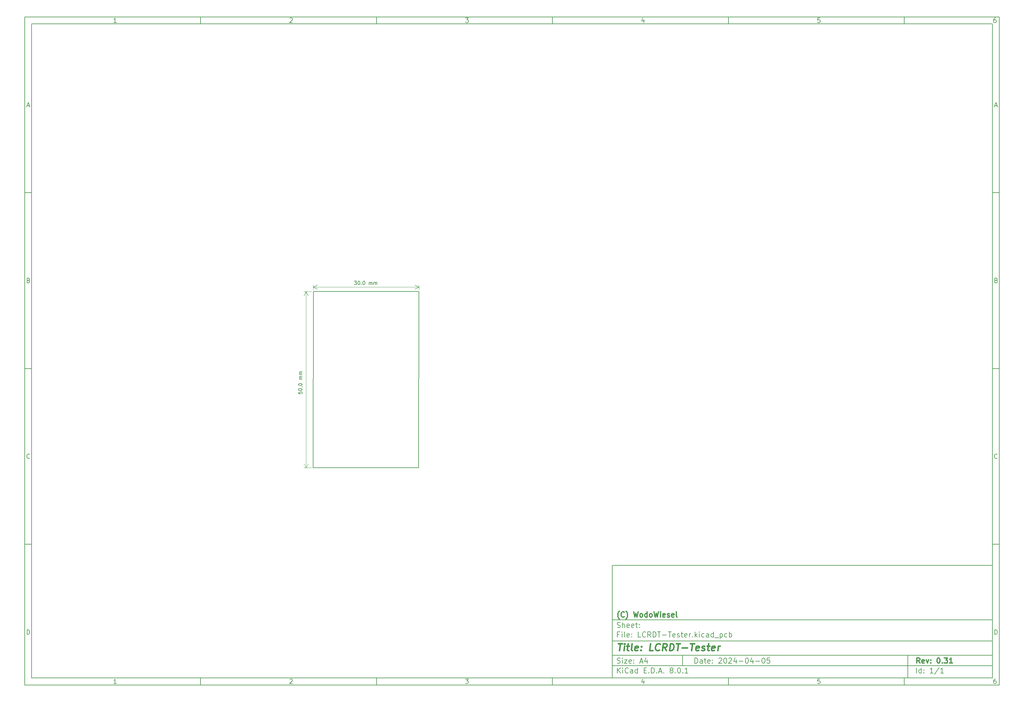
<source format=gbr>
%TF.GenerationSoftware,KiCad,Pcbnew,8.0.1*%
%TF.CreationDate,2024-04-05T21:52:58+02:00*%
%TF.ProjectId,LCRDT-Tester,4c435244-542d-4546-9573-7465722e6b69,0.31*%
%TF.SameCoordinates,PX57bafc0PY83cc3c0*%
%TF.FileFunction,OtherDrawing,Comment*%
%FSLAX46Y46*%
G04 Gerber Fmt 4.6, Leading zero omitted, Abs format (unit mm)*
G04 Created by KiCad (PCBNEW 8.0.1) date 2024-04-05 21:52:58*
%MOMM*%
%LPD*%
G01*
G04 APERTURE LIST*
%ADD10C,0.100000*%
%ADD11C,0.150000*%
%ADD12C,0.300000*%
%ADD13C,0.400000*%
%TA.AperFunction,Profile*%
%ADD14C,0.150000*%
%TD*%
G04 APERTURE END LIST*
D10*
D11*
X85010200Y-27807200D02*
X193010200Y-27807200D01*
X193010200Y-59807200D01*
X85010200Y-59807200D01*
X85010200Y-27807200D01*
D10*
D11*
X-81992000Y128200000D02*
X195010200Y128200000D01*
X195010200Y-61807200D01*
X-81992000Y-61807200D01*
X-81992000Y128200000D01*
D10*
D11*
X-79992000Y126200000D02*
X193010200Y126200000D01*
X193010200Y-59807200D01*
X-79992000Y-59807200D01*
X-79992000Y126200000D01*
D10*
D11*
X-31992000Y126200000D02*
X-31992000Y128200000D01*
D10*
D11*
X18008000Y126200000D02*
X18008000Y128200000D01*
D10*
D11*
X68008000Y126200000D02*
X68008000Y128200000D01*
D10*
D11*
X118008000Y126200000D02*
X118008000Y128200000D01*
D10*
D11*
X168008000Y126200000D02*
X168008000Y128200000D01*
D10*
D11*
X-55902840Y126606396D02*
X-56645697Y126606396D01*
X-56274269Y126606396D02*
X-56274269Y127906396D01*
X-56274269Y127906396D02*
X-56398078Y127720681D01*
X-56398078Y127720681D02*
X-56521888Y127596872D01*
X-56521888Y127596872D02*
X-56645697Y127534967D01*
D10*
D11*
X-6645697Y127782586D02*
X-6583793Y127844491D01*
X-6583793Y127844491D02*
X-6459983Y127906396D01*
X-6459983Y127906396D02*
X-6150459Y127906396D01*
X-6150459Y127906396D02*
X-6026650Y127844491D01*
X-6026650Y127844491D02*
X-5964745Y127782586D01*
X-5964745Y127782586D02*
X-5902840Y127658777D01*
X-5902840Y127658777D02*
X-5902840Y127534967D01*
X-5902840Y127534967D02*
X-5964745Y127349253D01*
X-5964745Y127349253D02*
X-6707602Y126606396D01*
X-6707602Y126606396D02*
X-5902840Y126606396D01*
D10*
D11*
X43292398Y127906396D02*
X44097160Y127906396D01*
X44097160Y127906396D02*
X43663826Y127411158D01*
X43663826Y127411158D02*
X43849541Y127411158D01*
X43849541Y127411158D02*
X43973350Y127349253D01*
X43973350Y127349253D02*
X44035255Y127287348D01*
X44035255Y127287348D02*
X44097160Y127163539D01*
X44097160Y127163539D02*
X44097160Y126854015D01*
X44097160Y126854015D02*
X44035255Y126730205D01*
X44035255Y126730205D02*
X43973350Y126668300D01*
X43973350Y126668300D02*
X43849541Y126606396D01*
X43849541Y126606396D02*
X43478112Y126606396D01*
X43478112Y126606396D02*
X43354303Y126668300D01*
X43354303Y126668300D02*
X43292398Y126730205D01*
D10*
D11*
X93973350Y127473062D02*
X93973350Y126606396D01*
X93663826Y127968300D02*
X93354303Y127039729D01*
X93354303Y127039729D02*
X94159064Y127039729D01*
D10*
D11*
X144035255Y127906396D02*
X143416207Y127906396D01*
X143416207Y127906396D02*
X143354303Y127287348D01*
X143354303Y127287348D02*
X143416207Y127349253D01*
X143416207Y127349253D02*
X143540017Y127411158D01*
X143540017Y127411158D02*
X143849541Y127411158D01*
X143849541Y127411158D02*
X143973350Y127349253D01*
X143973350Y127349253D02*
X144035255Y127287348D01*
X144035255Y127287348D02*
X144097160Y127163539D01*
X144097160Y127163539D02*
X144097160Y126854015D01*
X144097160Y126854015D02*
X144035255Y126730205D01*
X144035255Y126730205D02*
X143973350Y126668300D01*
X143973350Y126668300D02*
X143849541Y126606396D01*
X143849541Y126606396D02*
X143540017Y126606396D01*
X143540017Y126606396D02*
X143416207Y126668300D01*
X143416207Y126668300D02*
X143354303Y126730205D01*
D10*
D11*
X193973350Y127906396D02*
X193725731Y127906396D01*
X193725731Y127906396D02*
X193601922Y127844491D01*
X193601922Y127844491D02*
X193540017Y127782586D01*
X193540017Y127782586D02*
X193416207Y127596872D01*
X193416207Y127596872D02*
X193354303Y127349253D01*
X193354303Y127349253D02*
X193354303Y126854015D01*
X193354303Y126854015D02*
X193416207Y126730205D01*
X193416207Y126730205D02*
X193478112Y126668300D01*
X193478112Y126668300D02*
X193601922Y126606396D01*
X193601922Y126606396D02*
X193849541Y126606396D01*
X193849541Y126606396D02*
X193973350Y126668300D01*
X193973350Y126668300D02*
X194035255Y126730205D01*
X194035255Y126730205D02*
X194097160Y126854015D01*
X194097160Y126854015D02*
X194097160Y127163539D01*
X194097160Y127163539D02*
X194035255Y127287348D01*
X194035255Y127287348D02*
X193973350Y127349253D01*
X193973350Y127349253D02*
X193849541Y127411158D01*
X193849541Y127411158D02*
X193601922Y127411158D01*
X193601922Y127411158D02*
X193478112Y127349253D01*
X193478112Y127349253D02*
X193416207Y127287348D01*
X193416207Y127287348D02*
X193354303Y127163539D01*
D10*
D11*
X-31992000Y-59807200D02*
X-31992000Y-61807200D01*
D10*
D11*
X18008000Y-59807200D02*
X18008000Y-61807200D01*
D10*
D11*
X68008000Y-59807200D02*
X68008000Y-61807200D01*
D10*
D11*
X118008000Y-59807200D02*
X118008000Y-61807200D01*
D10*
D11*
X168008000Y-59807200D02*
X168008000Y-61807200D01*
D10*
D11*
X-55902840Y-61400804D02*
X-56645697Y-61400804D01*
X-56274269Y-61400804D02*
X-56274269Y-60100804D01*
X-56274269Y-60100804D02*
X-56398078Y-60286519D01*
X-56398078Y-60286519D02*
X-56521888Y-60410328D01*
X-56521888Y-60410328D02*
X-56645697Y-60472233D01*
D10*
D11*
X-6645697Y-60224614D02*
X-6583793Y-60162709D01*
X-6583793Y-60162709D02*
X-6459983Y-60100804D01*
X-6459983Y-60100804D02*
X-6150459Y-60100804D01*
X-6150459Y-60100804D02*
X-6026650Y-60162709D01*
X-6026650Y-60162709D02*
X-5964745Y-60224614D01*
X-5964745Y-60224614D02*
X-5902840Y-60348423D01*
X-5902840Y-60348423D02*
X-5902840Y-60472233D01*
X-5902840Y-60472233D02*
X-5964745Y-60657947D01*
X-5964745Y-60657947D02*
X-6707602Y-61400804D01*
X-6707602Y-61400804D02*
X-5902840Y-61400804D01*
D10*
D11*
X43292398Y-60100804D02*
X44097160Y-60100804D01*
X44097160Y-60100804D02*
X43663826Y-60596042D01*
X43663826Y-60596042D02*
X43849541Y-60596042D01*
X43849541Y-60596042D02*
X43973350Y-60657947D01*
X43973350Y-60657947D02*
X44035255Y-60719852D01*
X44035255Y-60719852D02*
X44097160Y-60843661D01*
X44097160Y-60843661D02*
X44097160Y-61153185D01*
X44097160Y-61153185D02*
X44035255Y-61276995D01*
X44035255Y-61276995D02*
X43973350Y-61338900D01*
X43973350Y-61338900D02*
X43849541Y-61400804D01*
X43849541Y-61400804D02*
X43478112Y-61400804D01*
X43478112Y-61400804D02*
X43354303Y-61338900D01*
X43354303Y-61338900D02*
X43292398Y-61276995D01*
D10*
D11*
X93973350Y-60534138D02*
X93973350Y-61400804D01*
X93663826Y-60038900D02*
X93354303Y-60967471D01*
X93354303Y-60967471D02*
X94159064Y-60967471D01*
D10*
D11*
X144035255Y-60100804D02*
X143416207Y-60100804D01*
X143416207Y-60100804D02*
X143354303Y-60719852D01*
X143354303Y-60719852D02*
X143416207Y-60657947D01*
X143416207Y-60657947D02*
X143540017Y-60596042D01*
X143540017Y-60596042D02*
X143849541Y-60596042D01*
X143849541Y-60596042D02*
X143973350Y-60657947D01*
X143973350Y-60657947D02*
X144035255Y-60719852D01*
X144035255Y-60719852D02*
X144097160Y-60843661D01*
X144097160Y-60843661D02*
X144097160Y-61153185D01*
X144097160Y-61153185D02*
X144035255Y-61276995D01*
X144035255Y-61276995D02*
X143973350Y-61338900D01*
X143973350Y-61338900D02*
X143849541Y-61400804D01*
X143849541Y-61400804D02*
X143540017Y-61400804D01*
X143540017Y-61400804D02*
X143416207Y-61338900D01*
X143416207Y-61338900D02*
X143354303Y-61276995D01*
D10*
D11*
X193973350Y-60100804D02*
X193725731Y-60100804D01*
X193725731Y-60100804D02*
X193601922Y-60162709D01*
X193601922Y-60162709D02*
X193540017Y-60224614D01*
X193540017Y-60224614D02*
X193416207Y-60410328D01*
X193416207Y-60410328D02*
X193354303Y-60657947D01*
X193354303Y-60657947D02*
X193354303Y-61153185D01*
X193354303Y-61153185D02*
X193416207Y-61276995D01*
X193416207Y-61276995D02*
X193478112Y-61338900D01*
X193478112Y-61338900D02*
X193601922Y-61400804D01*
X193601922Y-61400804D02*
X193849541Y-61400804D01*
X193849541Y-61400804D02*
X193973350Y-61338900D01*
X193973350Y-61338900D02*
X194035255Y-61276995D01*
X194035255Y-61276995D02*
X194097160Y-61153185D01*
X194097160Y-61153185D02*
X194097160Y-60843661D01*
X194097160Y-60843661D02*
X194035255Y-60719852D01*
X194035255Y-60719852D02*
X193973350Y-60657947D01*
X193973350Y-60657947D02*
X193849541Y-60596042D01*
X193849541Y-60596042D02*
X193601922Y-60596042D01*
X193601922Y-60596042D02*
X193478112Y-60657947D01*
X193478112Y-60657947D02*
X193416207Y-60719852D01*
X193416207Y-60719852D02*
X193354303Y-60843661D01*
D10*
D11*
X-81992000Y78200000D02*
X-79992000Y78200000D01*
D10*
D11*
X-81992000Y28200000D02*
X-79992000Y28200000D01*
D10*
D11*
X-81992000Y-21800000D02*
X-79992000Y-21800000D01*
D10*
D11*
X-81301524Y102977824D02*
X-80682477Y102977824D01*
X-81425334Y102606396D02*
X-80992001Y103906396D01*
X-80992001Y103906396D02*
X-80558667Y102606396D01*
D10*
D11*
X-80899143Y53287348D02*
X-80713429Y53225443D01*
X-80713429Y53225443D02*
X-80651524Y53163539D01*
X-80651524Y53163539D02*
X-80589620Y53039729D01*
X-80589620Y53039729D02*
X-80589620Y52854015D01*
X-80589620Y52854015D02*
X-80651524Y52730205D01*
X-80651524Y52730205D02*
X-80713429Y52668300D01*
X-80713429Y52668300D02*
X-80837239Y52606396D01*
X-80837239Y52606396D02*
X-81332477Y52606396D01*
X-81332477Y52606396D02*
X-81332477Y53906396D01*
X-81332477Y53906396D02*
X-80899143Y53906396D01*
X-80899143Y53906396D02*
X-80775334Y53844491D01*
X-80775334Y53844491D02*
X-80713429Y53782586D01*
X-80713429Y53782586D02*
X-80651524Y53658777D01*
X-80651524Y53658777D02*
X-80651524Y53534967D01*
X-80651524Y53534967D02*
X-80713429Y53411158D01*
X-80713429Y53411158D02*
X-80775334Y53349253D01*
X-80775334Y53349253D02*
X-80899143Y53287348D01*
X-80899143Y53287348D02*
X-81332477Y53287348D01*
D10*
D11*
X-80589620Y2730205D02*
X-80651524Y2668300D01*
X-80651524Y2668300D02*
X-80837239Y2606396D01*
X-80837239Y2606396D02*
X-80961048Y2606396D01*
X-80961048Y2606396D02*
X-81146762Y2668300D01*
X-81146762Y2668300D02*
X-81270572Y2792110D01*
X-81270572Y2792110D02*
X-81332477Y2915920D01*
X-81332477Y2915920D02*
X-81394381Y3163539D01*
X-81394381Y3163539D02*
X-81394381Y3349253D01*
X-81394381Y3349253D02*
X-81332477Y3596872D01*
X-81332477Y3596872D02*
X-81270572Y3720681D01*
X-81270572Y3720681D02*
X-81146762Y3844491D01*
X-81146762Y3844491D02*
X-80961048Y3906396D01*
X-80961048Y3906396D02*
X-80837239Y3906396D01*
X-80837239Y3906396D02*
X-80651524Y3844491D01*
X-80651524Y3844491D02*
X-80589620Y3782586D01*
D10*
D11*
X-81332477Y-47393604D02*
X-81332477Y-46093604D01*
X-81332477Y-46093604D02*
X-81022953Y-46093604D01*
X-81022953Y-46093604D02*
X-80837239Y-46155509D01*
X-80837239Y-46155509D02*
X-80713429Y-46279319D01*
X-80713429Y-46279319D02*
X-80651524Y-46403128D01*
X-80651524Y-46403128D02*
X-80589620Y-46650747D01*
X-80589620Y-46650747D02*
X-80589620Y-46836461D01*
X-80589620Y-46836461D02*
X-80651524Y-47084080D01*
X-80651524Y-47084080D02*
X-80713429Y-47207890D01*
X-80713429Y-47207890D02*
X-80837239Y-47331700D01*
X-80837239Y-47331700D02*
X-81022953Y-47393604D01*
X-81022953Y-47393604D02*
X-81332477Y-47393604D01*
D10*
D11*
X195010200Y78200000D02*
X193010200Y78200000D01*
D10*
D11*
X195010200Y28200000D02*
X193010200Y28200000D01*
D10*
D11*
X195010200Y-21800000D02*
X193010200Y-21800000D01*
D10*
D11*
X193700676Y102977824D02*
X194319723Y102977824D01*
X193576866Y102606396D02*
X194010199Y103906396D01*
X194010199Y103906396D02*
X194443533Y102606396D01*
D10*
D11*
X194103057Y53287348D02*
X194288771Y53225443D01*
X194288771Y53225443D02*
X194350676Y53163539D01*
X194350676Y53163539D02*
X194412580Y53039729D01*
X194412580Y53039729D02*
X194412580Y52854015D01*
X194412580Y52854015D02*
X194350676Y52730205D01*
X194350676Y52730205D02*
X194288771Y52668300D01*
X194288771Y52668300D02*
X194164961Y52606396D01*
X194164961Y52606396D02*
X193669723Y52606396D01*
X193669723Y52606396D02*
X193669723Y53906396D01*
X193669723Y53906396D02*
X194103057Y53906396D01*
X194103057Y53906396D02*
X194226866Y53844491D01*
X194226866Y53844491D02*
X194288771Y53782586D01*
X194288771Y53782586D02*
X194350676Y53658777D01*
X194350676Y53658777D02*
X194350676Y53534967D01*
X194350676Y53534967D02*
X194288771Y53411158D01*
X194288771Y53411158D02*
X194226866Y53349253D01*
X194226866Y53349253D02*
X194103057Y53287348D01*
X194103057Y53287348D02*
X193669723Y53287348D01*
D10*
D11*
X194412580Y2730205D02*
X194350676Y2668300D01*
X194350676Y2668300D02*
X194164961Y2606396D01*
X194164961Y2606396D02*
X194041152Y2606396D01*
X194041152Y2606396D02*
X193855438Y2668300D01*
X193855438Y2668300D02*
X193731628Y2792110D01*
X193731628Y2792110D02*
X193669723Y2915920D01*
X193669723Y2915920D02*
X193607819Y3163539D01*
X193607819Y3163539D02*
X193607819Y3349253D01*
X193607819Y3349253D02*
X193669723Y3596872D01*
X193669723Y3596872D02*
X193731628Y3720681D01*
X193731628Y3720681D02*
X193855438Y3844491D01*
X193855438Y3844491D02*
X194041152Y3906396D01*
X194041152Y3906396D02*
X194164961Y3906396D01*
X194164961Y3906396D02*
X194350676Y3844491D01*
X194350676Y3844491D02*
X194412580Y3782586D01*
D10*
D11*
X193669723Y-47393604D02*
X193669723Y-46093604D01*
X193669723Y-46093604D02*
X193979247Y-46093604D01*
X193979247Y-46093604D02*
X194164961Y-46155509D01*
X194164961Y-46155509D02*
X194288771Y-46279319D01*
X194288771Y-46279319D02*
X194350676Y-46403128D01*
X194350676Y-46403128D02*
X194412580Y-46650747D01*
X194412580Y-46650747D02*
X194412580Y-46836461D01*
X194412580Y-46836461D02*
X194350676Y-47084080D01*
X194350676Y-47084080D02*
X194288771Y-47207890D01*
X194288771Y-47207890D02*
X194164961Y-47331700D01*
X194164961Y-47331700D02*
X193979247Y-47393604D01*
X193979247Y-47393604D02*
X193669723Y-47393604D01*
D10*
D11*
X108466026Y-55593328D02*
X108466026Y-54093328D01*
X108466026Y-54093328D02*
X108823169Y-54093328D01*
X108823169Y-54093328D02*
X109037455Y-54164757D01*
X109037455Y-54164757D02*
X109180312Y-54307614D01*
X109180312Y-54307614D02*
X109251741Y-54450471D01*
X109251741Y-54450471D02*
X109323169Y-54736185D01*
X109323169Y-54736185D02*
X109323169Y-54950471D01*
X109323169Y-54950471D02*
X109251741Y-55236185D01*
X109251741Y-55236185D02*
X109180312Y-55379042D01*
X109180312Y-55379042D02*
X109037455Y-55521900D01*
X109037455Y-55521900D02*
X108823169Y-55593328D01*
X108823169Y-55593328D02*
X108466026Y-55593328D01*
X110608884Y-55593328D02*
X110608884Y-54807614D01*
X110608884Y-54807614D02*
X110537455Y-54664757D01*
X110537455Y-54664757D02*
X110394598Y-54593328D01*
X110394598Y-54593328D02*
X110108884Y-54593328D01*
X110108884Y-54593328D02*
X109966026Y-54664757D01*
X110608884Y-55521900D02*
X110466026Y-55593328D01*
X110466026Y-55593328D02*
X110108884Y-55593328D01*
X110108884Y-55593328D02*
X109966026Y-55521900D01*
X109966026Y-55521900D02*
X109894598Y-55379042D01*
X109894598Y-55379042D02*
X109894598Y-55236185D01*
X109894598Y-55236185D02*
X109966026Y-55093328D01*
X109966026Y-55093328D02*
X110108884Y-55021900D01*
X110108884Y-55021900D02*
X110466026Y-55021900D01*
X110466026Y-55021900D02*
X110608884Y-54950471D01*
X111108884Y-54593328D02*
X111680312Y-54593328D01*
X111323169Y-54093328D02*
X111323169Y-55379042D01*
X111323169Y-55379042D02*
X111394598Y-55521900D01*
X111394598Y-55521900D02*
X111537455Y-55593328D01*
X111537455Y-55593328D02*
X111680312Y-55593328D01*
X112751741Y-55521900D02*
X112608884Y-55593328D01*
X112608884Y-55593328D02*
X112323170Y-55593328D01*
X112323170Y-55593328D02*
X112180312Y-55521900D01*
X112180312Y-55521900D02*
X112108884Y-55379042D01*
X112108884Y-55379042D02*
X112108884Y-54807614D01*
X112108884Y-54807614D02*
X112180312Y-54664757D01*
X112180312Y-54664757D02*
X112323170Y-54593328D01*
X112323170Y-54593328D02*
X112608884Y-54593328D01*
X112608884Y-54593328D02*
X112751741Y-54664757D01*
X112751741Y-54664757D02*
X112823170Y-54807614D01*
X112823170Y-54807614D02*
X112823170Y-54950471D01*
X112823170Y-54950471D02*
X112108884Y-55093328D01*
X113466026Y-55450471D02*
X113537455Y-55521900D01*
X113537455Y-55521900D02*
X113466026Y-55593328D01*
X113466026Y-55593328D02*
X113394598Y-55521900D01*
X113394598Y-55521900D02*
X113466026Y-55450471D01*
X113466026Y-55450471D02*
X113466026Y-55593328D01*
X113466026Y-54664757D02*
X113537455Y-54736185D01*
X113537455Y-54736185D02*
X113466026Y-54807614D01*
X113466026Y-54807614D02*
X113394598Y-54736185D01*
X113394598Y-54736185D02*
X113466026Y-54664757D01*
X113466026Y-54664757D02*
X113466026Y-54807614D01*
X115251741Y-54236185D02*
X115323169Y-54164757D01*
X115323169Y-54164757D02*
X115466027Y-54093328D01*
X115466027Y-54093328D02*
X115823169Y-54093328D01*
X115823169Y-54093328D02*
X115966027Y-54164757D01*
X115966027Y-54164757D02*
X116037455Y-54236185D01*
X116037455Y-54236185D02*
X116108884Y-54379042D01*
X116108884Y-54379042D02*
X116108884Y-54521900D01*
X116108884Y-54521900D02*
X116037455Y-54736185D01*
X116037455Y-54736185D02*
X115180312Y-55593328D01*
X115180312Y-55593328D02*
X116108884Y-55593328D01*
X117037455Y-54093328D02*
X117180312Y-54093328D01*
X117180312Y-54093328D02*
X117323169Y-54164757D01*
X117323169Y-54164757D02*
X117394598Y-54236185D01*
X117394598Y-54236185D02*
X117466026Y-54379042D01*
X117466026Y-54379042D02*
X117537455Y-54664757D01*
X117537455Y-54664757D02*
X117537455Y-55021900D01*
X117537455Y-55021900D02*
X117466026Y-55307614D01*
X117466026Y-55307614D02*
X117394598Y-55450471D01*
X117394598Y-55450471D02*
X117323169Y-55521900D01*
X117323169Y-55521900D02*
X117180312Y-55593328D01*
X117180312Y-55593328D02*
X117037455Y-55593328D01*
X117037455Y-55593328D02*
X116894598Y-55521900D01*
X116894598Y-55521900D02*
X116823169Y-55450471D01*
X116823169Y-55450471D02*
X116751740Y-55307614D01*
X116751740Y-55307614D02*
X116680312Y-55021900D01*
X116680312Y-55021900D02*
X116680312Y-54664757D01*
X116680312Y-54664757D02*
X116751740Y-54379042D01*
X116751740Y-54379042D02*
X116823169Y-54236185D01*
X116823169Y-54236185D02*
X116894598Y-54164757D01*
X116894598Y-54164757D02*
X117037455Y-54093328D01*
X118108883Y-54236185D02*
X118180311Y-54164757D01*
X118180311Y-54164757D02*
X118323169Y-54093328D01*
X118323169Y-54093328D02*
X118680311Y-54093328D01*
X118680311Y-54093328D02*
X118823169Y-54164757D01*
X118823169Y-54164757D02*
X118894597Y-54236185D01*
X118894597Y-54236185D02*
X118966026Y-54379042D01*
X118966026Y-54379042D02*
X118966026Y-54521900D01*
X118966026Y-54521900D02*
X118894597Y-54736185D01*
X118894597Y-54736185D02*
X118037454Y-55593328D01*
X118037454Y-55593328D02*
X118966026Y-55593328D01*
X120251740Y-54593328D02*
X120251740Y-55593328D01*
X119894597Y-54021900D02*
X119537454Y-55093328D01*
X119537454Y-55093328D02*
X120466025Y-55093328D01*
X121037453Y-55021900D02*
X122180311Y-55021900D01*
X123180311Y-54093328D02*
X123323168Y-54093328D01*
X123323168Y-54093328D02*
X123466025Y-54164757D01*
X123466025Y-54164757D02*
X123537454Y-54236185D01*
X123537454Y-54236185D02*
X123608882Y-54379042D01*
X123608882Y-54379042D02*
X123680311Y-54664757D01*
X123680311Y-54664757D02*
X123680311Y-55021900D01*
X123680311Y-55021900D02*
X123608882Y-55307614D01*
X123608882Y-55307614D02*
X123537454Y-55450471D01*
X123537454Y-55450471D02*
X123466025Y-55521900D01*
X123466025Y-55521900D02*
X123323168Y-55593328D01*
X123323168Y-55593328D02*
X123180311Y-55593328D01*
X123180311Y-55593328D02*
X123037454Y-55521900D01*
X123037454Y-55521900D02*
X122966025Y-55450471D01*
X122966025Y-55450471D02*
X122894596Y-55307614D01*
X122894596Y-55307614D02*
X122823168Y-55021900D01*
X122823168Y-55021900D02*
X122823168Y-54664757D01*
X122823168Y-54664757D02*
X122894596Y-54379042D01*
X122894596Y-54379042D02*
X122966025Y-54236185D01*
X122966025Y-54236185D02*
X123037454Y-54164757D01*
X123037454Y-54164757D02*
X123180311Y-54093328D01*
X124966025Y-54593328D02*
X124966025Y-55593328D01*
X124608882Y-54021900D02*
X124251739Y-55093328D01*
X124251739Y-55093328D02*
X125180310Y-55093328D01*
X125751738Y-55021900D02*
X126894596Y-55021900D01*
X127894596Y-54093328D02*
X128037453Y-54093328D01*
X128037453Y-54093328D02*
X128180310Y-54164757D01*
X128180310Y-54164757D02*
X128251739Y-54236185D01*
X128251739Y-54236185D02*
X128323167Y-54379042D01*
X128323167Y-54379042D02*
X128394596Y-54664757D01*
X128394596Y-54664757D02*
X128394596Y-55021900D01*
X128394596Y-55021900D02*
X128323167Y-55307614D01*
X128323167Y-55307614D02*
X128251739Y-55450471D01*
X128251739Y-55450471D02*
X128180310Y-55521900D01*
X128180310Y-55521900D02*
X128037453Y-55593328D01*
X128037453Y-55593328D02*
X127894596Y-55593328D01*
X127894596Y-55593328D02*
X127751739Y-55521900D01*
X127751739Y-55521900D02*
X127680310Y-55450471D01*
X127680310Y-55450471D02*
X127608881Y-55307614D01*
X127608881Y-55307614D02*
X127537453Y-55021900D01*
X127537453Y-55021900D02*
X127537453Y-54664757D01*
X127537453Y-54664757D02*
X127608881Y-54379042D01*
X127608881Y-54379042D02*
X127680310Y-54236185D01*
X127680310Y-54236185D02*
X127751739Y-54164757D01*
X127751739Y-54164757D02*
X127894596Y-54093328D01*
X129751738Y-54093328D02*
X129037452Y-54093328D01*
X129037452Y-54093328D02*
X128966024Y-54807614D01*
X128966024Y-54807614D02*
X129037452Y-54736185D01*
X129037452Y-54736185D02*
X129180310Y-54664757D01*
X129180310Y-54664757D02*
X129537452Y-54664757D01*
X129537452Y-54664757D02*
X129680310Y-54736185D01*
X129680310Y-54736185D02*
X129751738Y-54807614D01*
X129751738Y-54807614D02*
X129823167Y-54950471D01*
X129823167Y-54950471D02*
X129823167Y-55307614D01*
X129823167Y-55307614D02*
X129751738Y-55450471D01*
X129751738Y-55450471D02*
X129680310Y-55521900D01*
X129680310Y-55521900D02*
X129537452Y-55593328D01*
X129537452Y-55593328D02*
X129180310Y-55593328D01*
X129180310Y-55593328D02*
X129037452Y-55521900D01*
X129037452Y-55521900D02*
X128966024Y-55450471D01*
D10*
D11*
X85010200Y-56307200D02*
X193010200Y-56307200D01*
D10*
D11*
X86466026Y-58393328D02*
X86466026Y-56893328D01*
X87323169Y-58393328D02*
X86680312Y-57536185D01*
X87323169Y-56893328D02*
X86466026Y-57750471D01*
X87966026Y-58393328D02*
X87966026Y-57393328D01*
X87966026Y-56893328D02*
X87894598Y-56964757D01*
X87894598Y-56964757D02*
X87966026Y-57036185D01*
X87966026Y-57036185D02*
X88037455Y-56964757D01*
X88037455Y-56964757D02*
X87966026Y-56893328D01*
X87966026Y-56893328D02*
X87966026Y-57036185D01*
X89537455Y-58250471D02*
X89466027Y-58321900D01*
X89466027Y-58321900D02*
X89251741Y-58393328D01*
X89251741Y-58393328D02*
X89108884Y-58393328D01*
X89108884Y-58393328D02*
X88894598Y-58321900D01*
X88894598Y-58321900D02*
X88751741Y-58179042D01*
X88751741Y-58179042D02*
X88680312Y-58036185D01*
X88680312Y-58036185D02*
X88608884Y-57750471D01*
X88608884Y-57750471D02*
X88608884Y-57536185D01*
X88608884Y-57536185D02*
X88680312Y-57250471D01*
X88680312Y-57250471D02*
X88751741Y-57107614D01*
X88751741Y-57107614D02*
X88894598Y-56964757D01*
X88894598Y-56964757D02*
X89108884Y-56893328D01*
X89108884Y-56893328D02*
X89251741Y-56893328D01*
X89251741Y-56893328D02*
X89466027Y-56964757D01*
X89466027Y-56964757D02*
X89537455Y-57036185D01*
X90823170Y-58393328D02*
X90823170Y-57607614D01*
X90823170Y-57607614D02*
X90751741Y-57464757D01*
X90751741Y-57464757D02*
X90608884Y-57393328D01*
X90608884Y-57393328D02*
X90323170Y-57393328D01*
X90323170Y-57393328D02*
X90180312Y-57464757D01*
X90823170Y-58321900D02*
X90680312Y-58393328D01*
X90680312Y-58393328D02*
X90323170Y-58393328D01*
X90323170Y-58393328D02*
X90180312Y-58321900D01*
X90180312Y-58321900D02*
X90108884Y-58179042D01*
X90108884Y-58179042D02*
X90108884Y-58036185D01*
X90108884Y-58036185D02*
X90180312Y-57893328D01*
X90180312Y-57893328D02*
X90323170Y-57821900D01*
X90323170Y-57821900D02*
X90680312Y-57821900D01*
X90680312Y-57821900D02*
X90823170Y-57750471D01*
X92180313Y-58393328D02*
X92180313Y-56893328D01*
X92180313Y-58321900D02*
X92037455Y-58393328D01*
X92037455Y-58393328D02*
X91751741Y-58393328D01*
X91751741Y-58393328D02*
X91608884Y-58321900D01*
X91608884Y-58321900D02*
X91537455Y-58250471D01*
X91537455Y-58250471D02*
X91466027Y-58107614D01*
X91466027Y-58107614D02*
X91466027Y-57679042D01*
X91466027Y-57679042D02*
X91537455Y-57536185D01*
X91537455Y-57536185D02*
X91608884Y-57464757D01*
X91608884Y-57464757D02*
X91751741Y-57393328D01*
X91751741Y-57393328D02*
X92037455Y-57393328D01*
X92037455Y-57393328D02*
X92180313Y-57464757D01*
X94037455Y-57607614D02*
X94537455Y-57607614D01*
X94751741Y-58393328D02*
X94037455Y-58393328D01*
X94037455Y-58393328D02*
X94037455Y-56893328D01*
X94037455Y-56893328D02*
X94751741Y-56893328D01*
X95394598Y-58250471D02*
X95466027Y-58321900D01*
X95466027Y-58321900D02*
X95394598Y-58393328D01*
X95394598Y-58393328D02*
X95323170Y-58321900D01*
X95323170Y-58321900D02*
X95394598Y-58250471D01*
X95394598Y-58250471D02*
X95394598Y-58393328D01*
X96108884Y-58393328D02*
X96108884Y-56893328D01*
X96108884Y-56893328D02*
X96466027Y-56893328D01*
X96466027Y-56893328D02*
X96680313Y-56964757D01*
X96680313Y-56964757D02*
X96823170Y-57107614D01*
X96823170Y-57107614D02*
X96894599Y-57250471D01*
X96894599Y-57250471D02*
X96966027Y-57536185D01*
X96966027Y-57536185D02*
X96966027Y-57750471D01*
X96966027Y-57750471D02*
X96894599Y-58036185D01*
X96894599Y-58036185D02*
X96823170Y-58179042D01*
X96823170Y-58179042D02*
X96680313Y-58321900D01*
X96680313Y-58321900D02*
X96466027Y-58393328D01*
X96466027Y-58393328D02*
X96108884Y-58393328D01*
X97608884Y-58250471D02*
X97680313Y-58321900D01*
X97680313Y-58321900D02*
X97608884Y-58393328D01*
X97608884Y-58393328D02*
X97537456Y-58321900D01*
X97537456Y-58321900D02*
X97608884Y-58250471D01*
X97608884Y-58250471D02*
X97608884Y-58393328D01*
X98251742Y-57964757D02*
X98966028Y-57964757D01*
X98108885Y-58393328D02*
X98608885Y-56893328D01*
X98608885Y-56893328D02*
X99108885Y-58393328D01*
X99608884Y-58250471D02*
X99680313Y-58321900D01*
X99680313Y-58321900D02*
X99608884Y-58393328D01*
X99608884Y-58393328D02*
X99537456Y-58321900D01*
X99537456Y-58321900D02*
X99608884Y-58250471D01*
X99608884Y-58250471D02*
X99608884Y-58393328D01*
X101680313Y-57536185D02*
X101537456Y-57464757D01*
X101537456Y-57464757D02*
X101466027Y-57393328D01*
X101466027Y-57393328D02*
X101394599Y-57250471D01*
X101394599Y-57250471D02*
X101394599Y-57179042D01*
X101394599Y-57179042D02*
X101466027Y-57036185D01*
X101466027Y-57036185D02*
X101537456Y-56964757D01*
X101537456Y-56964757D02*
X101680313Y-56893328D01*
X101680313Y-56893328D02*
X101966027Y-56893328D01*
X101966027Y-56893328D02*
X102108885Y-56964757D01*
X102108885Y-56964757D02*
X102180313Y-57036185D01*
X102180313Y-57036185D02*
X102251742Y-57179042D01*
X102251742Y-57179042D02*
X102251742Y-57250471D01*
X102251742Y-57250471D02*
X102180313Y-57393328D01*
X102180313Y-57393328D02*
X102108885Y-57464757D01*
X102108885Y-57464757D02*
X101966027Y-57536185D01*
X101966027Y-57536185D02*
X101680313Y-57536185D01*
X101680313Y-57536185D02*
X101537456Y-57607614D01*
X101537456Y-57607614D02*
X101466027Y-57679042D01*
X101466027Y-57679042D02*
X101394599Y-57821900D01*
X101394599Y-57821900D02*
X101394599Y-58107614D01*
X101394599Y-58107614D02*
X101466027Y-58250471D01*
X101466027Y-58250471D02*
X101537456Y-58321900D01*
X101537456Y-58321900D02*
X101680313Y-58393328D01*
X101680313Y-58393328D02*
X101966027Y-58393328D01*
X101966027Y-58393328D02*
X102108885Y-58321900D01*
X102108885Y-58321900D02*
X102180313Y-58250471D01*
X102180313Y-58250471D02*
X102251742Y-58107614D01*
X102251742Y-58107614D02*
X102251742Y-57821900D01*
X102251742Y-57821900D02*
X102180313Y-57679042D01*
X102180313Y-57679042D02*
X102108885Y-57607614D01*
X102108885Y-57607614D02*
X101966027Y-57536185D01*
X102894598Y-58250471D02*
X102966027Y-58321900D01*
X102966027Y-58321900D02*
X102894598Y-58393328D01*
X102894598Y-58393328D02*
X102823170Y-58321900D01*
X102823170Y-58321900D02*
X102894598Y-58250471D01*
X102894598Y-58250471D02*
X102894598Y-58393328D01*
X103894599Y-56893328D02*
X104037456Y-56893328D01*
X104037456Y-56893328D02*
X104180313Y-56964757D01*
X104180313Y-56964757D02*
X104251742Y-57036185D01*
X104251742Y-57036185D02*
X104323170Y-57179042D01*
X104323170Y-57179042D02*
X104394599Y-57464757D01*
X104394599Y-57464757D02*
X104394599Y-57821900D01*
X104394599Y-57821900D02*
X104323170Y-58107614D01*
X104323170Y-58107614D02*
X104251742Y-58250471D01*
X104251742Y-58250471D02*
X104180313Y-58321900D01*
X104180313Y-58321900D02*
X104037456Y-58393328D01*
X104037456Y-58393328D02*
X103894599Y-58393328D01*
X103894599Y-58393328D02*
X103751742Y-58321900D01*
X103751742Y-58321900D02*
X103680313Y-58250471D01*
X103680313Y-58250471D02*
X103608884Y-58107614D01*
X103608884Y-58107614D02*
X103537456Y-57821900D01*
X103537456Y-57821900D02*
X103537456Y-57464757D01*
X103537456Y-57464757D02*
X103608884Y-57179042D01*
X103608884Y-57179042D02*
X103680313Y-57036185D01*
X103680313Y-57036185D02*
X103751742Y-56964757D01*
X103751742Y-56964757D02*
X103894599Y-56893328D01*
X105037455Y-58250471D02*
X105108884Y-58321900D01*
X105108884Y-58321900D02*
X105037455Y-58393328D01*
X105037455Y-58393328D02*
X104966027Y-58321900D01*
X104966027Y-58321900D02*
X105037455Y-58250471D01*
X105037455Y-58250471D02*
X105037455Y-58393328D01*
X106537456Y-58393328D02*
X105680313Y-58393328D01*
X106108884Y-58393328D02*
X106108884Y-56893328D01*
X106108884Y-56893328D02*
X105966027Y-57107614D01*
X105966027Y-57107614D02*
X105823170Y-57250471D01*
X105823170Y-57250471D02*
X105680313Y-57321900D01*
D10*
D11*
X85010200Y-53307200D02*
X193010200Y-53307200D01*
D10*
D12*
X172421853Y-55585528D02*
X171921853Y-54871242D01*
X171564710Y-55585528D02*
X171564710Y-54085528D01*
X171564710Y-54085528D02*
X172136139Y-54085528D01*
X172136139Y-54085528D02*
X172278996Y-54156957D01*
X172278996Y-54156957D02*
X172350425Y-54228385D01*
X172350425Y-54228385D02*
X172421853Y-54371242D01*
X172421853Y-54371242D02*
X172421853Y-54585528D01*
X172421853Y-54585528D02*
X172350425Y-54728385D01*
X172350425Y-54728385D02*
X172278996Y-54799814D01*
X172278996Y-54799814D02*
X172136139Y-54871242D01*
X172136139Y-54871242D02*
X171564710Y-54871242D01*
X173636139Y-55514100D02*
X173493282Y-55585528D01*
X173493282Y-55585528D02*
X173207568Y-55585528D01*
X173207568Y-55585528D02*
X173064710Y-55514100D01*
X173064710Y-55514100D02*
X172993282Y-55371242D01*
X172993282Y-55371242D02*
X172993282Y-54799814D01*
X172993282Y-54799814D02*
X173064710Y-54656957D01*
X173064710Y-54656957D02*
X173207568Y-54585528D01*
X173207568Y-54585528D02*
X173493282Y-54585528D01*
X173493282Y-54585528D02*
X173636139Y-54656957D01*
X173636139Y-54656957D02*
X173707568Y-54799814D01*
X173707568Y-54799814D02*
X173707568Y-54942671D01*
X173707568Y-54942671D02*
X172993282Y-55085528D01*
X174207567Y-54585528D02*
X174564710Y-55585528D01*
X174564710Y-55585528D02*
X174921853Y-54585528D01*
X175493281Y-55442671D02*
X175564710Y-55514100D01*
X175564710Y-55514100D02*
X175493281Y-55585528D01*
X175493281Y-55585528D02*
X175421853Y-55514100D01*
X175421853Y-55514100D02*
X175493281Y-55442671D01*
X175493281Y-55442671D02*
X175493281Y-55585528D01*
X175493281Y-54656957D02*
X175564710Y-54728385D01*
X175564710Y-54728385D02*
X175493281Y-54799814D01*
X175493281Y-54799814D02*
X175421853Y-54728385D01*
X175421853Y-54728385D02*
X175493281Y-54656957D01*
X175493281Y-54656957D02*
X175493281Y-54799814D01*
X177636139Y-54085528D02*
X177778996Y-54085528D01*
X177778996Y-54085528D02*
X177921853Y-54156957D01*
X177921853Y-54156957D02*
X177993282Y-54228385D01*
X177993282Y-54228385D02*
X178064710Y-54371242D01*
X178064710Y-54371242D02*
X178136139Y-54656957D01*
X178136139Y-54656957D02*
X178136139Y-55014100D01*
X178136139Y-55014100D02*
X178064710Y-55299814D01*
X178064710Y-55299814D02*
X177993282Y-55442671D01*
X177993282Y-55442671D02*
X177921853Y-55514100D01*
X177921853Y-55514100D02*
X177778996Y-55585528D01*
X177778996Y-55585528D02*
X177636139Y-55585528D01*
X177636139Y-55585528D02*
X177493282Y-55514100D01*
X177493282Y-55514100D02*
X177421853Y-55442671D01*
X177421853Y-55442671D02*
X177350424Y-55299814D01*
X177350424Y-55299814D02*
X177278996Y-55014100D01*
X177278996Y-55014100D02*
X177278996Y-54656957D01*
X177278996Y-54656957D02*
X177350424Y-54371242D01*
X177350424Y-54371242D02*
X177421853Y-54228385D01*
X177421853Y-54228385D02*
X177493282Y-54156957D01*
X177493282Y-54156957D02*
X177636139Y-54085528D01*
X178778995Y-55442671D02*
X178850424Y-55514100D01*
X178850424Y-55514100D02*
X178778995Y-55585528D01*
X178778995Y-55585528D02*
X178707567Y-55514100D01*
X178707567Y-55514100D02*
X178778995Y-55442671D01*
X178778995Y-55442671D02*
X178778995Y-55585528D01*
X179350424Y-54085528D02*
X180278996Y-54085528D01*
X180278996Y-54085528D02*
X179778996Y-54656957D01*
X179778996Y-54656957D02*
X179993281Y-54656957D01*
X179993281Y-54656957D02*
X180136139Y-54728385D01*
X180136139Y-54728385D02*
X180207567Y-54799814D01*
X180207567Y-54799814D02*
X180278996Y-54942671D01*
X180278996Y-54942671D02*
X180278996Y-55299814D01*
X180278996Y-55299814D02*
X180207567Y-55442671D01*
X180207567Y-55442671D02*
X180136139Y-55514100D01*
X180136139Y-55514100D02*
X179993281Y-55585528D01*
X179993281Y-55585528D02*
X179564710Y-55585528D01*
X179564710Y-55585528D02*
X179421853Y-55514100D01*
X179421853Y-55514100D02*
X179350424Y-55442671D01*
X181707567Y-55585528D02*
X180850424Y-55585528D01*
X181278995Y-55585528D02*
X181278995Y-54085528D01*
X181278995Y-54085528D02*
X181136138Y-54299814D01*
X181136138Y-54299814D02*
X180993281Y-54442671D01*
X180993281Y-54442671D02*
X180850424Y-54514100D01*
D10*
D11*
X86394598Y-55521900D02*
X86608884Y-55593328D01*
X86608884Y-55593328D02*
X86966026Y-55593328D01*
X86966026Y-55593328D02*
X87108884Y-55521900D01*
X87108884Y-55521900D02*
X87180312Y-55450471D01*
X87180312Y-55450471D02*
X87251741Y-55307614D01*
X87251741Y-55307614D02*
X87251741Y-55164757D01*
X87251741Y-55164757D02*
X87180312Y-55021900D01*
X87180312Y-55021900D02*
X87108884Y-54950471D01*
X87108884Y-54950471D02*
X86966026Y-54879042D01*
X86966026Y-54879042D02*
X86680312Y-54807614D01*
X86680312Y-54807614D02*
X86537455Y-54736185D01*
X86537455Y-54736185D02*
X86466026Y-54664757D01*
X86466026Y-54664757D02*
X86394598Y-54521900D01*
X86394598Y-54521900D02*
X86394598Y-54379042D01*
X86394598Y-54379042D02*
X86466026Y-54236185D01*
X86466026Y-54236185D02*
X86537455Y-54164757D01*
X86537455Y-54164757D02*
X86680312Y-54093328D01*
X86680312Y-54093328D02*
X87037455Y-54093328D01*
X87037455Y-54093328D02*
X87251741Y-54164757D01*
X87894597Y-55593328D02*
X87894597Y-54593328D01*
X87894597Y-54093328D02*
X87823169Y-54164757D01*
X87823169Y-54164757D02*
X87894597Y-54236185D01*
X87894597Y-54236185D02*
X87966026Y-54164757D01*
X87966026Y-54164757D02*
X87894597Y-54093328D01*
X87894597Y-54093328D02*
X87894597Y-54236185D01*
X88466026Y-54593328D02*
X89251741Y-54593328D01*
X89251741Y-54593328D02*
X88466026Y-55593328D01*
X88466026Y-55593328D02*
X89251741Y-55593328D01*
X90394598Y-55521900D02*
X90251741Y-55593328D01*
X90251741Y-55593328D02*
X89966027Y-55593328D01*
X89966027Y-55593328D02*
X89823169Y-55521900D01*
X89823169Y-55521900D02*
X89751741Y-55379042D01*
X89751741Y-55379042D02*
X89751741Y-54807614D01*
X89751741Y-54807614D02*
X89823169Y-54664757D01*
X89823169Y-54664757D02*
X89966027Y-54593328D01*
X89966027Y-54593328D02*
X90251741Y-54593328D01*
X90251741Y-54593328D02*
X90394598Y-54664757D01*
X90394598Y-54664757D02*
X90466027Y-54807614D01*
X90466027Y-54807614D02*
X90466027Y-54950471D01*
X90466027Y-54950471D02*
X89751741Y-55093328D01*
X91108883Y-55450471D02*
X91180312Y-55521900D01*
X91180312Y-55521900D02*
X91108883Y-55593328D01*
X91108883Y-55593328D02*
X91037455Y-55521900D01*
X91037455Y-55521900D02*
X91108883Y-55450471D01*
X91108883Y-55450471D02*
X91108883Y-55593328D01*
X91108883Y-54664757D02*
X91180312Y-54736185D01*
X91180312Y-54736185D02*
X91108883Y-54807614D01*
X91108883Y-54807614D02*
X91037455Y-54736185D01*
X91037455Y-54736185D02*
X91108883Y-54664757D01*
X91108883Y-54664757D02*
X91108883Y-54807614D01*
X92894598Y-55164757D02*
X93608884Y-55164757D01*
X92751741Y-55593328D02*
X93251741Y-54093328D01*
X93251741Y-54093328D02*
X93751741Y-55593328D01*
X94894598Y-54593328D02*
X94894598Y-55593328D01*
X94537455Y-54021900D02*
X94180312Y-55093328D01*
X94180312Y-55093328D02*
X95108883Y-55093328D01*
D10*
D11*
X171466026Y-58393328D02*
X171466026Y-56893328D01*
X172823170Y-58393328D02*
X172823170Y-56893328D01*
X172823170Y-58321900D02*
X172680312Y-58393328D01*
X172680312Y-58393328D02*
X172394598Y-58393328D01*
X172394598Y-58393328D02*
X172251741Y-58321900D01*
X172251741Y-58321900D02*
X172180312Y-58250471D01*
X172180312Y-58250471D02*
X172108884Y-58107614D01*
X172108884Y-58107614D02*
X172108884Y-57679042D01*
X172108884Y-57679042D02*
X172180312Y-57536185D01*
X172180312Y-57536185D02*
X172251741Y-57464757D01*
X172251741Y-57464757D02*
X172394598Y-57393328D01*
X172394598Y-57393328D02*
X172680312Y-57393328D01*
X172680312Y-57393328D02*
X172823170Y-57464757D01*
X173537455Y-58250471D02*
X173608884Y-58321900D01*
X173608884Y-58321900D02*
X173537455Y-58393328D01*
X173537455Y-58393328D02*
X173466027Y-58321900D01*
X173466027Y-58321900D02*
X173537455Y-58250471D01*
X173537455Y-58250471D02*
X173537455Y-58393328D01*
X173537455Y-57464757D02*
X173608884Y-57536185D01*
X173608884Y-57536185D02*
X173537455Y-57607614D01*
X173537455Y-57607614D02*
X173466027Y-57536185D01*
X173466027Y-57536185D02*
X173537455Y-57464757D01*
X173537455Y-57464757D02*
X173537455Y-57607614D01*
X176180313Y-58393328D02*
X175323170Y-58393328D01*
X175751741Y-58393328D02*
X175751741Y-56893328D01*
X175751741Y-56893328D02*
X175608884Y-57107614D01*
X175608884Y-57107614D02*
X175466027Y-57250471D01*
X175466027Y-57250471D02*
X175323170Y-57321900D01*
X177894598Y-56821900D02*
X176608884Y-58750471D01*
X179180313Y-58393328D02*
X178323170Y-58393328D01*
X178751741Y-58393328D02*
X178751741Y-56893328D01*
X178751741Y-56893328D02*
X178608884Y-57107614D01*
X178608884Y-57107614D02*
X178466027Y-57250471D01*
X178466027Y-57250471D02*
X178323170Y-57321900D01*
D10*
D11*
X85010200Y-49307200D02*
X193010200Y-49307200D01*
D10*
D13*
X86701928Y-50011638D02*
X87844785Y-50011638D01*
X87023357Y-52011638D02*
X87273357Y-50011638D01*
X88261452Y-52011638D02*
X88428119Y-50678304D01*
X88511452Y-50011638D02*
X88404309Y-50106876D01*
X88404309Y-50106876D02*
X88487643Y-50202114D01*
X88487643Y-50202114D02*
X88594786Y-50106876D01*
X88594786Y-50106876D02*
X88511452Y-50011638D01*
X88511452Y-50011638D02*
X88487643Y-50202114D01*
X89094786Y-50678304D02*
X89856690Y-50678304D01*
X89463833Y-50011638D02*
X89249548Y-51725923D01*
X89249548Y-51725923D02*
X89320976Y-51916400D01*
X89320976Y-51916400D02*
X89499548Y-52011638D01*
X89499548Y-52011638D02*
X89690024Y-52011638D01*
X90642405Y-52011638D02*
X90463833Y-51916400D01*
X90463833Y-51916400D02*
X90392405Y-51725923D01*
X90392405Y-51725923D02*
X90606690Y-50011638D01*
X92178119Y-51916400D02*
X91975738Y-52011638D01*
X91975738Y-52011638D02*
X91594785Y-52011638D01*
X91594785Y-52011638D02*
X91416214Y-51916400D01*
X91416214Y-51916400D02*
X91344785Y-51725923D01*
X91344785Y-51725923D02*
X91440024Y-50964019D01*
X91440024Y-50964019D02*
X91559071Y-50773542D01*
X91559071Y-50773542D02*
X91761452Y-50678304D01*
X91761452Y-50678304D02*
X92142404Y-50678304D01*
X92142404Y-50678304D02*
X92320976Y-50773542D01*
X92320976Y-50773542D02*
X92392404Y-50964019D01*
X92392404Y-50964019D02*
X92368595Y-51154495D01*
X92368595Y-51154495D02*
X91392404Y-51344971D01*
X93142405Y-51821161D02*
X93225738Y-51916400D01*
X93225738Y-51916400D02*
X93118595Y-52011638D01*
X93118595Y-52011638D02*
X93035262Y-51916400D01*
X93035262Y-51916400D02*
X93142405Y-51821161D01*
X93142405Y-51821161D02*
X93118595Y-52011638D01*
X93273357Y-50773542D02*
X93356690Y-50868780D01*
X93356690Y-50868780D02*
X93249548Y-50964019D01*
X93249548Y-50964019D02*
X93166214Y-50868780D01*
X93166214Y-50868780D02*
X93273357Y-50773542D01*
X93273357Y-50773542D02*
X93249548Y-50964019D01*
X96547167Y-52011638D02*
X95594786Y-52011638D01*
X95594786Y-52011638D02*
X95844786Y-50011638D01*
X98380501Y-51821161D02*
X98273358Y-51916400D01*
X98273358Y-51916400D02*
X97975739Y-52011638D01*
X97975739Y-52011638D02*
X97785263Y-52011638D01*
X97785263Y-52011638D02*
X97511453Y-51916400D01*
X97511453Y-51916400D02*
X97344787Y-51725923D01*
X97344787Y-51725923D02*
X97273358Y-51535447D01*
X97273358Y-51535447D02*
X97225739Y-51154495D01*
X97225739Y-51154495D02*
X97261453Y-50868780D01*
X97261453Y-50868780D02*
X97404310Y-50487828D01*
X97404310Y-50487828D02*
X97523358Y-50297352D01*
X97523358Y-50297352D02*
X97737644Y-50106876D01*
X97737644Y-50106876D02*
X98035263Y-50011638D01*
X98035263Y-50011638D02*
X98225739Y-50011638D01*
X98225739Y-50011638D02*
X98499549Y-50106876D01*
X98499549Y-50106876D02*
X98582882Y-50202114D01*
X100356691Y-52011638D02*
X99809072Y-51059257D01*
X99213834Y-52011638D02*
X99463834Y-50011638D01*
X99463834Y-50011638D02*
X100225739Y-50011638D01*
X100225739Y-50011638D02*
X100404310Y-50106876D01*
X100404310Y-50106876D02*
X100487644Y-50202114D01*
X100487644Y-50202114D02*
X100559072Y-50392590D01*
X100559072Y-50392590D02*
X100523358Y-50678304D01*
X100523358Y-50678304D02*
X100404310Y-50868780D01*
X100404310Y-50868780D02*
X100297168Y-50964019D01*
X100297168Y-50964019D02*
X100094787Y-51059257D01*
X100094787Y-51059257D02*
X99332882Y-51059257D01*
X101213834Y-52011638D02*
X101463834Y-50011638D01*
X101463834Y-50011638D02*
X101940025Y-50011638D01*
X101940025Y-50011638D02*
X102213834Y-50106876D01*
X102213834Y-50106876D02*
X102380501Y-50297352D01*
X102380501Y-50297352D02*
X102451929Y-50487828D01*
X102451929Y-50487828D02*
X102499549Y-50868780D01*
X102499549Y-50868780D02*
X102463834Y-51154495D01*
X102463834Y-51154495D02*
X102320977Y-51535447D01*
X102320977Y-51535447D02*
X102201929Y-51725923D01*
X102201929Y-51725923D02*
X101987644Y-51916400D01*
X101987644Y-51916400D02*
X101690025Y-52011638D01*
X101690025Y-52011638D02*
X101213834Y-52011638D01*
X103178120Y-50011638D02*
X104320977Y-50011638D01*
X103499549Y-52011638D02*
X103749549Y-50011638D01*
X104832882Y-51249733D02*
X106356692Y-51249733D01*
X107178120Y-50011638D02*
X108320977Y-50011638D01*
X107499549Y-52011638D02*
X107749549Y-50011638D01*
X109511454Y-51916400D02*
X109309073Y-52011638D01*
X109309073Y-52011638D02*
X108928120Y-52011638D01*
X108928120Y-52011638D02*
X108749549Y-51916400D01*
X108749549Y-51916400D02*
X108678120Y-51725923D01*
X108678120Y-51725923D02*
X108773359Y-50964019D01*
X108773359Y-50964019D02*
X108892406Y-50773542D01*
X108892406Y-50773542D02*
X109094787Y-50678304D01*
X109094787Y-50678304D02*
X109475739Y-50678304D01*
X109475739Y-50678304D02*
X109654311Y-50773542D01*
X109654311Y-50773542D02*
X109725739Y-50964019D01*
X109725739Y-50964019D02*
X109701930Y-51154495D01*
X109701930Y-51154495D02*
X108725739Y-51344971D01*
X110368597Y-51916400D02*
X110547168Y-52011638D01*
X110547168Y-52011638D02*
X110928121Y-52011638D01*
X110928121Y-52011638D02*
X111130502Y-51916400D01*
X111130502Y-51916400D02*
X111249549Y-51725923D01*
X111249549Y-51725923D02*
X111261454Y-51630685D01*
X111261454Y-51630685D02*
X111190025Y-51440209D01*
X111190025Y-51440209D02*
X111011454Y-51344971D01*
X111011454Y-51344971D02*
X110725740Y-51344971D01*
X110725740Y-51344971D02*
X110547168Y-51249733D01*
X110547168Y-51249733D02*
X110475740Y-51059257D01*
X110475740Y-51059257D02*
X110487645Y-50964019D01*
X110487645Y-50964019D02*
X110606692Y-50773542D01*
X110606692Y-50773542D02*
X110809073Y-50678304D01*
X110809073Y-50678304D02*
X111094787Y-50678304D01*
X111094787Y-50678304D02*
X111273359Y-50773542D01*
X111951931Y-50678304D02*
X112713835Y-50678304D01*
X112320978Y-50011638D02*
X112106693Y-51725923D01*
X112106693Y-51725923D02*
X112178121Y-51916400D01*
X112178121Y-51916400D02*
X112356693Y-52011638D01*
X112356693Y-52011638D02*
X112547169Y-52011638D01*
X113987645Y-51916400D02*
X113785264Y-52011638D01*
X113785264Y-52011638D02*
X113404311Y-52011638D01*
X113404311Y-52011638D02*
X113225740Y-51916400D01*
X113225740Y-51916400D02*
X113154311Y-51725923D01*
X113154311Y-51725923D02*
X113249550Y-50964019D01*
X113249550Y-50964019D02*
X113368597Y-50773542D01*
X113368597Y-50773542D02*
X113570978Y-50678304D01*
X113570978Y-50678304D02*
X113951930Y-50678304D01*
X113951930Y-50678304D02*
X114130502Y-50773542D01*
X114130502Y-50773542D02*
X114201930Y-50964019D01*
X114201930Y-50964019D02*
X114178121Y-51154495D01*
X114178121Y-51154495D02*
X113201930Y-51344971D01*
X114928121Y-52011638D02*
X115094788Y-50678304D01*
X115047169Y-51059257D02*
X115166216Y-50868780D01*
X115166216Y-50868780D02*
X115273359Y-50773542D01*
X115273359Y-50773542D02*
X115475740Y-50678304D01*
X115475740Y-50678304D02*
X115666216Y-50678304D01*
D10*
D11*
X86966026Y-47407614D02*
X86466026Y-47407614D01*
X86466026Y-48193328D02*
X86466026Y-46693328D01*
X86466026Y-46693328D02*
X87180312Y-46693328D01*
X87751740Y-48193328D02*
X87751740Y-47193328D01*
X87751740Y-46693328D02*
X87680312Y-46764757D01*
X87680312Y-46764757D02*
X87751740Y-46836185D01*
X87751740Y-46836185D02*
X87823169Y-46764757D01*
X87823169Y-46764757D02*
X87751740Y-46693328D01*
X87751740Y-46693328D02*
X87751740Y-46836185D01*
X88680312Y-48193328D02*
X88537455Y-48121900D01*
X88537455Y-48121900D02*
X88466026Y-47979042D01*
X88466026Y-47979042D02*
X88466026Y-46693328D01*
X89823169Y-48121900D02*
X89680312Y-48193328D01*
X89680312Y-48193328D02*
X89394598Y-48193328D01*
X89394598Y-48193328D02*
X89251740Y-48121900D01*
X89251740Y-48121900D02*
X89180312Y-47979042D01*
X89180312Y-47979042D02*
X89180312Y-47407614D01*
X89180312Y-47407614D02*
X89251740Y-47264757D01*
X89251740Y-47264757D02*
X89394598Y-47193328D01*
X89394598Y-47193328D02*
X89680312Y-47193328D01*
X89680312Y-47193328D02*
X89823169Y-47264757D01*
X89823169Y-47264757D02*
X89894598Y-47407614D01*
X89894598Y-47407614D02*
X89894598Y-47550471D01*
X89894598Y-47550471D02*
X89180312Y-47693328D01*
X90537454Y-48050471D02*
X90608883Y-48121900D01*
X90608883Y-48121900D02*
X90537454Y-48193328D01*
X90537454Y-48193328D02*
X90466026Y-48121900D01*
X90466026Y-48121900D02*
X90537454Y-48050471D01*
X90537454Y-48050471D02*
X90537454Y-48193328D01*
X90537454Y-47264757D02*
X90608883Y-47336185D01*
X90608883Y-47336185D02*
X90537454Y-47407614D01*
X90537454Y-47407614D02*
X90466026Y-47336185D01*
X90466026Y-47336185D02*
X90537454Y-47264757D01*
X90537454Y-47264757D02*
X90537454Y-47407614D01*
X93108883Y-48193328D02*
X92394597Y-48193328D01*
X92394597Y-48193328D02*
X92394597Y-46693328D01*
X94466026Y-48050471D02*
X94394598Y-48121900D01*
X94394598Y-48121900D02*
X94180312Y-48193328D01*
X94180312Y-48193328D02*
X94037455Y-48193328D01*
X94037455Y-48193328D02*
X93823169Y-48121900D01*
X93823169Y-48121900D02*
X93680312Y-47979042D01*
X93680312Y-47979042D02*
X93608883Y-47836185D01*
X93608883Y-47836185D02*
X93537455Y-47550471D01*
X93537455Y-47550471D02*
X93537455Y-47336185D01*
X93537455Y-47336185D02*
X93608883Y-47050471D01*
X93608883Y-47050471D02*
X93680312Y-46907614D01*
X93680312Y-46907614D02*
X93823169Y-46764757D01*
X93823169Y-46764757D02*
X94037455Y-46693328D01*
X94037455Y-46693328D02*
X94180312Y-46693328D01*
X94180312Y-46693328D02*
X94394598Y-46764757D01*
X94394598Y-46764757D02*
X94466026Y-46836185D01*
X95966026Y-48193328D02*
X95466026Y-47479042D01*
X95108883Y-48193328D02*
X95108883Y-46693328D01*
X95108883Y-46693328D02*
X95680312Y-46693328D01*
X95680312Y-46693328D02*
X95823169Y-46764757D01*
X95823169Y-46764757D02*
X95894598Y-46836185D01*
X95894598Y-46836185D02*
X95966026Y-46979042D01*
X95966026Y-46979042D02*
X95966026Y-47193328D01*
X95966026Y-47193328D02*
X95894598Y-47336185D01*
X95894598Y-47336185D02*
X95823169Y-47407614D01*
X95823169Y-47407614D02*
X95680312Y-47479042D01*
X95680312Y-47479042D02*
X95108883Y-47479042D01*
X96608883Y-48193328D02*
X96608883Y-46693328D01*
X96608883Y-46693328D02*
X96966026Y-46693328D01*
X96966026Y-46693328D02*
X97180312Y-46764757D01*
X97180312Y-46764757D02*
X97323169Y-46907614D01*
X97323169Y-46907614D02*
X97394598Y-47050471D01*
X97394598Y-47050471D02*
X97466026Y-47336185D01*
X97466026Y-47336185D02*
X97466026Y-47550471D01*
X97466026Y-47550471D02*
X97394598Y-47836185D01*
X97394598Y-47836185D02*
X97323169Y-47979042D01*
X97323169Y-47979042D02*
X97180312Y-48121900D01*
X97180312Y-48121900D02*
X96966026Y-48193328D01*
X96966026Y-48193328D02*
X96608883Y-48193328D01*
X97894598Y-46693328D02*
X98751741Y-46693328D01*
X98323169Y-48193328D02*
X98323169Y-46693328D01*
X99251740Y-47621900D02*
X100394598Y-47621900D01*
X100894598Y-46693328D02*
X101751741Y-46693328D01*
X101323169Y-48193328D02*
X101323169Y-46693328D01*
X102823169Y-48121900D02*
X102680312Y-48193328D01*
X102680312Y-48193328D02*
X102394598Y-48193328D01*
X102394598Y-48193328D02*
X102251740Y-48121900D01*
X102251740Y-48121900D02*
X102180312Y-47979042D01*
X102180312Y-47979042D02*
X102180312Y-47407614D01*
X102180312Y-47407614D02*
X102251740Y-47264757D01*
X102251740Y-47264757D02*
X102394598Y-47193328D01*
X102394598Y-47193328D02*
X102680312Y-47193328D01*
X102680312Y-47193328D02*
X102823169Y-47264757D01*
X102823169Y-47264757D02*
X102894598Y-47407614D01*
X102894598Y-47407614D02*
X102894598Y-47550471D01*
X102894598Y-47550471D02*
X102180312Y-47693328D01*
X103466026Y-48121900D02*
X103608883Y-48193328D01*
X103608883Y-48193328D02*
X103894597Y-48193328D01*
X103894597Y-48193328D02*
X104037454Y-48121900D01*
X104037454Y-48121900D02*
X104108883Y-47979042D01*
X104108883Y-47979042D02*
X104108883Y-47907614D01*
X104108883Y-47907614D02*
X104037454Y-47764757D01*
X104037454Y-47764757D02*
X103894597Y-47693328D01*
X103894597Y-47693328D02*
X103680312Y-47693328D01*
X103680312Y-47693328D02*
X103537454Y-47621900D01*
X103537454Y-47621900D02*
X103466026Y-47479042D01*
X103466026Y-47479042D02*
X103466026Y-47407614D01*
X103466026Y-47407614D02*
X103537454Y-47264757D01*
X103537454Y-47264757D02*
X103680312Y-47193328D01*
X103680312Y-47193328D02*
X103894597Y-47193328D01*
X103894597Y-47193328D02*
X104037454Y-47264757D01*
X104537455Y-47193328D02*
X105108883Y-47193328D01*
X104751740Y-46693328D02*
X104751740Y-47979042D01*
X104751740Y-47979042D02*
X104823169Y-48121900D01*
X104823169Y-48121900D02*
X104966026Y-48193328D01*
X104966026Y-48193328D02*
X105108883Y-48193328D01*
X106180312Y-48121900D02*
X106037455Y-48193328D01*
X106037455Y-48193328D02*
X105751741Y-48193328D01*
X105751741Y-48193328D02*
X105608883Y-48121900D01*
X105608883Y-48121900D02*
X105537455Y-47979042D01*
X105537455Y-47979042D02*
X105537455Y-47407614D01*
X105537455Y-47407614D02*
X105608883Y-47264757D01*
X105608883Y-47264757D02*
X105751741Y-47193328D01*
X105751741Y-47193328D02*
X106037455Y-47193328D01*
X106037455Y-47193328D02*
X106180312Y-47264757D01*
X106180312Y-47264757D02*
X106251741Y-47407614D01*
X106251741Y-47407614D02*
X106251741Y-47550471D01*
X106251741Y-47550471D02*
X105537455Y-47693328D01*
X106894597Y-48193328D02*
X106894597Y-47193328D01*
X106894597Y-47479042D02*
X106966026Y-47336185D01*
X106966026Y-47336185D02*
X107037455Y-47264757D01*
X107037455Y-47264757D02*
X107180312Y-47193328D01*
X107180312Y-47193328D02*
X107323169Y-47193328D01*
X107823168Y-48050471D02*
X107894597Y-48121900D01*
X107894597Y-48121900D02*
X107823168Y-48193328D01*
X107823168Y-48193328D02*
X107751740Y-48121900D01*
X107751740Y-48121900D02*
X107823168Y-48050471D01*
X107823168Y-48050471D02*
X107823168Y-48193328D01*
X108537454Y-48193328D02*
X108537454Y-46693328D01*
X108680312Y-47621900D02*
X109108883Y-48193328D01*
X109108883Y-47193328D02*
X108537454Y-47764757D01*
X109751740Y-48193328D02*
X109751740Y-47193328D01*
X109751740Y-46693328D02*
X109680312Y-46764757D01*
X109680312Y-46764757D02*
X109751740Y-46836185D01*
X109751740Y-46836185D02*
X109823169Y-46764757D01*
X109823169Y-46764757D02*
X109751740Y-46693328D01*
X109751740Y-46693328D02*
X109751740Y-46836185D01*
X111108884Y-48121900D02*
X110966026Y-48193328D01*
X110966026Y-48193328D02*
X110680312Y-48193328D01*
X110680312Y-48193328D02*
X110537455Y-48121900D01*
X110537455Y-48121900D02*
X110466026Y-48050471D01*
X110466026Y-48050471D02*
X110394598Y-47907614D01*
X110394598Y-47907614D02*
X110394598Y-47479042D01*
X110394598Y-47479042D02*
X110466026Y-47336185D01*
X110466026Y-47336185D02*
X110537455Y-47264757D01*
X110537455Y-47264757D02*
X110680312Y-47193328D01*
X110680312Y-47193328D02*
X110966026Y-47193328D01*
X110966026Y-47193328D02*
X111108884Y-47264757D01*
X112394598Y-48193328D02*
X112394598Y-47407614D01*
X112394598Y-47407614D02*
X112323169Y-47264757D01*
X112323169Y-47264757D02*
X112180312Y-47193328D01*
X112180312Y-47193328D02*
X111894598Y-47193328D01*
X111894598Y-47193328D02*
X111751740Y-47264757D01*
X112394598Y-48121900D02*
X112251740Y-48193328D01*
X112251740Y-48193328D02*
X111894598Y-48193328D01*
X111894598Y-48193328D02*
X111751740Y-48121900D01*
X111751740Y-48121900D02*
X111680312Y-47979042D01*
X111680312Y-47979042D02*
X111680312Y-47836185D01*
X111680312Y-47836185D02*
X111751740Y-47693328D01*
X111751740Y-47693328D02*
X111894598Y-47621900D01*
X111894598Y-47621900D02*
X112251740Y-47621900D01*
X112251740Y-47621900D02*
X112394598Y-47550471D01*
X113751741Y-48193328D02*
X113751741Y-46693328D01*
X113751741Y-48121900D02*
X113608883Y-48193328D01*
X113608883Y-48193328D02*
X113323169Y-48193328D01*
X113323169Y-48193328D02*
X113180312Y-48121900D01*
X113180312Y-48121900D02*
X113108883Y-48050471D01*
X113108883Y-48050471D02*
X113037455Y-47907614D01*
X113037455Y-47907614D02*
X113037455Y-47479042D01*
X113037455Y-47479042D02*
X113108883Y-47336185D01*
X113108883Y-47336185D02*
X113180312Y-47264757D01*
X113180312Y-47264757D02*
X113323169Y-47193328D01*
X113323169Y-47193328D02*
X113608883Y-47193328D01*
X113608883Y-47193328D02*
X113751741Y-47264757D01*
X114108884Y-48336185D02*
X115251741Y-48336185D01*
X115608883Y-47193328D02*
X115608883Y-48693328D01*
X115608883Y-47264757D02*
X115751741Y-47193328D01*
X115751741Y-47193328D02*
X116037455Y-47193328D01*
X116037455Y-47193328D02*
X116180312Y-47264757D01*
X116180312Y-47264757D02*
X116251741Y-47336185D01*
X116251741Y-47336185D02*
X116323169Y-47479042D01*
X116323169Y-47479042D02*
X116323169Y-47907614D01*
X116323169Y-47907614D02*
X116251741Y-48050471D01*
X116251741Y-48050471D02*
X116180312Y-48121900D01*
X116180312Y-48121900D02*
X116037455Y-48193328D01*
X116037455Y-48193328D02*
X115751741Y-48193328D01*
X115751741Y-48193328D02*
X115608883Y-48121900D01*
X117608884Y-48121900D02*
X117466026Y-48193328D01*
X117466026Y-48193328D02*
X117180312Y-48193328D01*
X117180312Y-48193328D02*
X117037455Y-48121900D01*
X117037455Y-48121900D02*
X116966026Y-48050471D01*
X116966026Y-48050471D02*
X116894598Y-47907614D01*
X116894598Y-47907614D02*
X116894598Y-47479042D01*
X116894598Y-47479042D02*
X116966026Y-47336185D01*
X116966026Y-47336185D02*
X117037455Y-47264757D01*
X117037455Y-47264757D02*
X117180312Y-47193328D01*
X117180312Y-47193328D02*
X117466026Y-47193328D01*
X117466026Y-47193328D02*
X117608884Y-47264757D01*
X118251740Y-48193328D02*
X118251740Y-46693328D01*
X118251740Y-47264757D02*
X118394598Y-47193328D01*
X118394598Y-47193328D02*
X118680312Y-47193328D01*
X118680312Y-47193328D02*
X118823169Y-47264757D01*
X118823169Y-47264757D02*
X118894598Y-47336185D01*
X118894598Y-47336185D02*
X118966026Y-47479042D01*
X118966026Y-47479042D02*
X118966026Y-47907614D01*
X118966026Y-47907614D02*
X118894598Y-48050471D01*
X118894598Y-48050471D02*
X118823169Y-48121900D01*
X118823169Y-48121900D02*
X118680312Y-48193328D01*
X118680312Y-48193328D02*
X118394598Y-48193328D01*
X118394598Y-48193328D02*
X118251740Y-48121900D01*
D10*
D11*
X85010200Y-43307200D02*
X193010200Y-43307200D01*
D10*
D11*
X86394598Y-45421900D02*
X86608884Y-45493328D01*
X86608884Y-45493328D02*
X86966026Y-45493328D01*
X86966026Y-45493328D02*
X87108884Y-45421900D01*
X87108884Y-45421900D02*
X87180312Y-45350471D01*
X87180312Y-45350471D02*
X87251741Y-45207614D01*
X87251741Y-45207614D02*
X87251741Y-45064757D01*
X87251741Y-45064757D02*
X87180312Y-44921900D01*
X87180312Y-44921900D02*
X87108884Y-44850471D01*
X87108884Y-44850471D02*
X86966026Y-44779042D01*
X86966026Y-44779042D02*
X86680312Y-44707614D01*
X86680312Y-44707614D02*
X86537455Y-44636185D01*
X86537455Y-44636185D02*
X86466026Y-44564757D01*
X86466026Y-44564757D02*
X86394598Y-44421900D01*
X86394598Y-44421900D02*
X86394598Y-44279042D01*
X86394598Y-44279042D02*
X86466026Y-44136185D01*
X86466026Y-44136185D02*
X86537455Y-44064757D01*
X86537455Y-44064757D02*
X86680312Y-43993328D01*
X86680312Y-43993328D02*
X87037455Y-43993328D01*
X87037455Y-43993328D02*
X87251741Y-44064757D01*
X87894597Y-45493328D02*
X87894597Y-43993328D01*
X88537455Y-45493328D02*
X88537455Y-44707614D01*
X88537455Y-44707614D02*
X88466026Y-44564757D01*
X88466026Y-44564757D02*
X88323169Y-44493328D01*
X88323169Y-44493328D02*
X88108883Y-44493328D01*
X88108883Y-44493328D02*
X87966026Y-44564757D01*
X87966026Y-44564757D02*
X87894597Y-44636185D01*
X89823169Y-45421900D02*
X89680312Y-45493328D01*
X89680312Y-45493328D02*
X89394598Y-45493328D01*
X89394598Y-45493328D02*
X89251740Y-45421900D01*
X89251740Y-45421900D02*
X89180312Y-45279042D01*
X89180312Y-45279042D02*
X89180312Y-44707614D01*
X89180312Y-44707614D02*
X89251740Y-44564757D01*
X89251740Y-44564757D02*
X89394598Y-44493328D01*
X89394598Y-44493328D02*
X89680312Y-44493328D01*
X89680312Y-44493328D02*
X89823169Y-44564757D01*
X89823169Y-44564757D02*
X89894598Y-44707614D01*
X89894598Y-44707614D02*
X89894598Y-44850471D01*
X89894598Y-44850471D02*
X89180312Y-44993328D01*
X91108883Y-45421900D02*
X90966026Y-45493328D01*
X90966026Y-45493328D02*
X90680312Y-45493328D01*
X90680312Y-45493328D02*
X90537454Y-45421900D01*
X90537454Y-45421900D02*
X90466026Y-45279042D01*
X90466026Y-45279042D02*
X90466026Y-44707614D01*
X90466026Y-44707614D02*
X90537454Y-44564757D01*
X90537454Y-44564757D02*
X90680312Y-44493328D01*
X90680312Y-44493328D02*
X90966026Y-44493328D01*
X90966026Y-44493328D02*
X91108883Y-44564757D01*
X91108883Y-44564757D02*
X91180312Y-44707614D01*
X91180312Y-44707614D02*
X91180312Y-44850471D01*
X91180312Y-44850471D02*
X90466026Y-44993328D01*
X91608883Y-44493328D02*
X92180311Y-44493328D01*
X91823168Y-43993328D02*
X91823168Y-45279042D01*
X91823168Y-45279042D02*
X91894597Y-45421900D01*
X91894597Y-45421900D02*
X92037454Y-45493328D01*
X92037454Y-45493328D02*
X92180311Y-45493328D01*
X92680311Y-45350471D02*
X92751740Y-45421900D01*
X92751740Y-45421900D02*
X92680311Y-45493328D01*
X92680311Y-45493328D02*
X92608883Y-45421900D01*
X92608883Y-45421900D02*
X92680311Y-45350471D01*
X92680311Y-45350471D02*
X92680311Y-45493328D01*
X92680311Y-44564757D02*
X92751740Y-44636185D01*
X92751740Y-44636185D02*
X92680311Y-44707614D01*
X92680311Y-44707614D02*
X92608883Y-44636185D01*
X92608883Y-44636185D02*
X92680311Y-44564757D01*
X92680311Y-44564757D02*
X92680311Y-44707614D01*
D10*
D12*
X86993282Y-43056957D02*
X86921853Y-42985528D01*
X86921853Y-42985528D02*
X86778996Y-42771242D01*
X86778996Y-42771242D02*
X86707568Y-42628385D01*
X86707568Y-42628385D02*
X86636139Y-42414100D01*
X86636139Y-42414100D02*
X86564710Y-42056957D01*
X86564710Y-42056957D02*
X86564710Y-41771242D01*
X86564710Y-41771242D02*
X86636139Y-41414100D01*
X86636139Y-41414100D02*
X86707568Y-41199814D01*
X86707568Y-41199814D02*
X86778996Y-41056957D01*
X86778996Y-41056957D02*
X86921853Y-40842671D01*
X86921853Y-40842671D02*
X86993282Y-40771242D01*
X88421853Y-42342671D02*
X88350425Y-42414100D01*
X88350425Y-42414100D02*
X88136139Y-42485528D01*
X88136139Y-42485528D02*
X87993282Y-42485528D01*
X87993282Y-42485528D02*
X87778996Y-42414100D01*
X87778996Y-42414100D02*
X87636139Y-42271242D01*
X87636139Y-42271242D02*
X87564710Y-42128385D01*
X87564710Y-42128385D02*
X87493282Y-41842671D01*
X87493282Y-41842671D02*
X87493282Y-41628385D01*
X87493282Y-41628385D02*
X87564710Y-41342671D01*
X87564710Y-41342671D02*
X87636139Y-41199814D01*
X87636139Y-41199814D02*
X87778996Y-41056957D01*
X87778996Y-41056957D02*
X87993282Y-40985528D01*
X87993282Y-40985528D02*
X88136139Y-40985528D01*
X88136139Y-40985528D02*
X88350425Y-41056957D01*
X88350425Y-41056957D02*
X88421853Y-41128385D01*
X88921853Y-43056957D02*
X88993282Y-42985528D01*
X88993282Y-42985528D02*
X89136139Y-42771242D01*
X89136139Y-42771242D02*
X89207568Y-42628385D01*
X89207568Y-42628385D02*
X89278996Y-42414100D01*
X89278996Y-42414100D02*
X89350425Y-42056957D01*
X89350425Y-42056957D02*
X89350425Y-41771242D01*
X89350425Y-41771242D02*
X89278996Y-41414100D01*
X89278996Y-41414100D02*
X89207568Y-41199814D01*
X89207568Y-41199814D02*
X89136139Y-41056957D01*
X89136139Y-41056957D02*
X88993282Y-40842671D01*
X88993282Y-40842671D02*
X88921853Y-40771242D01*
X91064710Y-40985528D02*
X91421853Y-42485528D01*
X91421853Y-42485528D02*
X91707567Y-41414100D01*
X91707567Y-41414100D02*
X91993282Y-42485528D01*
X91993282Y-42485528D02*
X92350425Y-40985528D01*
X93136139Y-42485528D02*
X92993282Y-42414100D01*
X92993282Y-42414100D02*
X92921853Y-42342671D01*
X92921853Y-42342671D02*
X92850425Y-42199814D01*
X92850425Y-42199814D02*
X92850425Y-41771242D01*
X92850425Y-41771242D02*
X92921853Y-41628385D01*
X92921853Y-41628385D02*
X92993282Y-41556957D01*
X92993282Y-41556957D02*
X93136139Y-41485528D01*
X93136139Y-41485528D02*
X93350425Y-41485528D01*
X93350425Y-41485528D02*
X93493282Y-41556957D01*
X93493282Y-41556957D02*
X93564711Y-41628385D01*
X93564711Y-41628385D02*
X93636139Y-41771242D01*
X93636139Y-41771242D02*
X93636139Y-42199814D01*
X93636139Y-42199814D02*
X93564711Y-42342671D01*
X93564711Y-42342671D02*
X93493282Y-42414100D01*
X93493282Y-42414100D02*
X93350425Y-42485528D01*
X93350425Y-42485528D02*
X93136139Y-42485528D01*
X94921854Y-42485528D02*
X94921854Y-40985528D01*
X94921854Y-42414100D02*
X94778996Y-42485528D01*
X94778996Y-42485528D02*
X94493282Y-42485528D01*
X94493282Y-42485528D02*
X94350425Y-42414100D01*
X94350425Y-42414100D02*
X94278996Y-42342671D01*
X94278996Y-42342671D02*
X94207568Y-42199814D01*
X94207568Y-42199814D02*
X94207568Y-41771242D01*
X94207568Y-41771242D02*
X94278996Y-41628385D01*
X94278996Y-41628385D02*
X94350425Y-41556957D01*
X94350425Y-41556957D02*
X94493282Y-41485528D01*
X94493282Y-41485528D02*
X94778996Y-41485528D01*
X94778996Y-41485528D02*
X94921854Y-41556957D01*
X95850425Y-42485528D02*
X95707568Y-42414100D01*
X95707568Y-42414100D02*
X95636139Y-42342671D01*
X95636139Y-42342671D02*
X95564711Y-42199814D01*
X95564711Y-42199814D02*
X95564711Y-41771242D01*
X95564711Y-41771242D02*
X95636139Y-41628385D01*
X95636139Y-41628385D02*
X95707568Y-41556957D01*
X95707568Y-41556957D02*
X95850425Y-41485528D01*
X95850425Y-41485528D02*
X96064711Y-41485528D01*
X96064711Y-41485528D02*
X96207568Y-41556957D01*
X96207568Y-41556957D02*
X96278997Y-41628385D01*
X96278997Y-41628385D02*
X96350425Y-41771242D01*
X96350425Y-41771242D02*
X96350425Y-42199814D01*
X96350425Y-42199814D02*
X96278997Y-42342671D01*
X96278997Y-42342671D02*
X96207568Y-42414100D01*
X96207568Y-42414100D02*
X96064711Y-42485528D01*
X96064711Y-42485528D02*
X95850425Y-42485528D01*
X96850425Y-40985528D02*
X97207568Y-42485528D01*
X97207568Y-42485528D02*
X97493282Y-41414100D01*
X97493282Y-41414100D02*
X97778997Y-42485528D01*
X97778997Y-42485528D02*
X98136140Y-40985528D01*
X98707568Y-42485528D02*
X98707568Y-41485528D01*
X98707568Y-40985528D02*
X98636140Y-41056957D01*
X98636140Y-41056957D02*
X98707568Y-41128385D01*
X98707568Y-41128385D02*
X98778997Y-41056957D01*
X98778997Y-41056957D02*
X98707568Y-40985528D01*
X98707568Y-40985528D02*
X98707568Y-41128385D01*
X99993283Y-42414100D02*
X99850426Y-42485528D01*
X99850426Y-42485528D02*
X99564712Y-42485528D01*
X99564712Y-42485528D02*
X99421854Y-42414100D01*
X99421854Y-42414100D02*
X99350426Y-42271242D01*
X99350426Y-42271242D02*
X99350426Y-41699814D01*
X99350426Y-41699814D02*
X99421854Y-41556957D01*
X99421854Y-41556957D02*
X99564712Y-41485528D01*
X99564712Y-41485528D02*
X99850426Y-41485528D01*
X99850426Y-41485528D02*
X99993283Y-41556957D01*
X99993283Y-41556957D02*
X100064712Y-41699814D01*
X100064712Y-41699814D02*
X100064712Y-41842671D01*
X100064712Y-41842671D02*
X99350426Y-41985528D01*
X100636140Y-42414100D02*
X100778997Y-42485528D01*
X100778997Y-42485528D02*
X101064711Y-42485528D01*
X101064711Y-42485528D02*
X101207568Y-42414100D01*
X101207568Y-42414100D02*
X101278997Y-42271242D01*
X101278997Y-42271242D02*
X101278997Y-42199814D01*
X101278997Y-42199814D02*
X101207568Y-42056957D01*
X101207568Y-42056957D02*
X101064711Y-41985528D01*
X101064711Y-41985528D02*
X100850426Y-41985528D01*
X100850426Y-41985528D02*
X100707568Y-41914100D01*
X100707568Y-41914100D02*
X100636140Y-41771242D01*
X100636140Y-41771242D02*
X100636140Y-41699814D01*
X100636140Y-41699814D02*
X100707568Y-41556957D01*
X100707568Y-41556957D02*
X100850426Y-41485528D01*
X100850426Y-41485528D02*
X101064711Y-41485528D01*
X101064711Y-41485528D02*
X101207568Y-41556957D01*
X102493283Y-42414100D02*
X102350426Y-42485528D01*
X102350426Y-42485528D02*
X102064712Y-42485528D01*
X102064712Y-42485528D02*
X101921854Y-42414100D01*
X101921854Y-42414100D02*
X101850426Y-42271242D01*
X101850426Y-42271242D02*
X101850426Y-41699814D01*
X101850426Y-41699814D02*
X101921854Y-41556957D01*
X101921854Y-41556957D02*
X102064712Y-41485528D01*
X102064712Y-41485528D02*
X102350426Y-41485528D01*
X102350426Y-41485528D02*
X102493283Y-41556957D01*
X102493283Y-41556957D02*
X102564712Y-41699814D01*
X102564712Y-41699814D02*
X102564712Y-41842671D01*
X102564712Y-41842671D02*
X101850426Y-41985528D01*
X103421854Y-42485528D02*
X103278997Y-42414100D01*
X103278997Y-42414100D02*
X103207568Y-42271242D01*
X103207568Y-42271242D02*
X103207568Y-40985528D01*
D10*
D11*
D10*
D11*
D10*
D11*
D10*
D11*
D10*
D11*
X105010200Y-53307200D02*
X105010200Y-56307200D01*
D10*
D11*
X169010200Y-53307200D02*
X169010200Y-59807200D01*
X11691905Y53045181D02*
X12310952Y53045181D01*
X12310952Y53045181D02*
X11977619Y52664229D01*
X11977619Y52664229D02*
X12120476Y52664229D01*
X12120476Y52664229D02*
X12215714Y52616610D01*
X12215714Y52616610D02*
X12263333Y52568991D01*
X12263333Y52568991D02*
X12310952Y52473753D01*
X12310952Y52473753D02*
X12310952Y52235658D01*
X12310952Y52235658D02*
X12263333Y52140420D01*
X12263333Y52140420D02*
X12215714Y52092800D01*
X12215714Y52092800D02*
X12120476Y52045181D01*
X12120476Y52045181D02*
X11834762Y52045181D01*
X11834762Y52045181D02*
X11739524Y52092800D01*
X11739524Y52092800D02*
X11691905Y52140420D01*
X12930000Y53045181D02*
X13025238Y53045181D01*
X13025238Y53045181D02*
X13120476Y52997562D01*
X13120476Y52997562D02*
X13168095Y52949943D01*
X13168095Y52949943D02*
X13215714Y52854705D01*
X13215714Y52854705D02*
X13263333Y52664229D01*
X13263333Y52664229D02*
X13263333Y52426134D01*
X13263333Y52426134D02*
X13215714Y52235658D01*
X13215714Y52235658D02*
X13168095Y52140420D01*
X13168095Y52140420D02*
X13120476Y52092800D01*
X13120476Y52092800D02*
X13025238Y52045181D01*
X13025238Y52045181D02*
X12930000Y52045181D01*
X12930000Y52045181D02*
X12834762Y52092800D01*
X12834762Y52092800D02*
X12787143Y52140420D01*
X12787143Y52140420D02*
X12739524Y52235658D01*
X12739524Y52235658D02*
X12691905Y52426134D01*
X12691905Y52426134D02*
X12691905Y52664229D01*
X12691905Y52664229D02*
X12739524Y52854705D01*
X12739524Y52854705D02*
X12787143Y52949943D01*
X12787143Y52949943D02*
X12834762Y52997562D01*
X12834762Y52997562D02*
X12930000Y53045181D01*
X13691905Y52140420D02*
X13739524Y52092800D01*
X13739524Y52092800D02*
X13691905Y52045181D01*
X13691905Y52045181D02*
X13644286Y52092800D01*
X13644286Y52092800D02*
X13691905Y52140420D01*
X13691905Y52140420D02*
X13691905Y52045181D01*
X14358571Y53045181D02*
X14453809Y53045181D01*
X14453809Y53045181D02*
X14549047Y52997562D01*
X14549047Y52997562D02*
X14596666Y52949943D01*
X14596666Y52949943D02*
X14644285Y52854705D01*
X14644285Y52854705D02*
X14691904Y52664229D01*
X14691904Y52664229D02*
X14691904Y52426134D01*
X14691904Y52426134D02*
X14644285Y52235658D01*
X14644285Y52235658D02*
X14596666Y52140420D01*
X14596666Y52140420D02*
X14549047Y52092800D01*
X14549047Y52092800D02*
X14453809Y52045181D01*
X14453809Y52045181D02*
X14358571Y52045181D01*
X14358571Y52045181D02*
X14263333Y52092800D01*
X14263333Y52092800D02*
X14215714Y52140420D01*
X14215714Y52140420D02*
X14168095Y52235658D01*
X14168095Y52235658D02*
X14120476Y52426134D01*
X14120476Y52426134D02*
X14120476Y52664229D01*
X14120476Y52664229D02*
X14168095Y52854705D01*
X14168095Y52854705D02*
X14215714Y52949943D01*
X14215714Y52949943D02*
X14263333Y52997562D01*
X14263333Y52997562D02*
X14358571Y53045181D01*
X15882381Y52045181D02*
X15882381Y52711848D01*
X15882381Y52616610D02*
X15930000Y52664229D01*
X15930000Y52664229D02*
X16025238Y52711848D01*
X16025238Y52711848D02*
X16168095Y52711848D01*
X16168095Y52711848D02*
X16263333Y52664229D01*
X16263333Y52664229D02*
X16310952Y52568991D01*
X16310952Y52568991D02*
X16310952Y52045181D01*
X16310952Y52568991D02*
X16358571Y52664229D01*
X16358571Y52664229D02*
X16453809Y52711848D01*
X16453809Y52711848D02*
X16596666Y52711848D01*
X16596666Y52711848D02*
X16691905Y52664229D01*
X16691905Y52664229D02*
X16739524Y52568991D01*
X16739524Y52568991D02*
X16739524Y52045181D01*
X17215714Y52045181D02*
X17215714Y52711848D01*
X17215714Y52616610D02*
X17263333Y52664229D01*
X17263333Y52664229D02*
X17358571Y52711848D01*
X17358571Y52711848D02*
X17501428Y52711848D01*
X17501428Y52711848D02*
X17596666Y52664229D01*
X17596666Y52664229D02*
X17644285Y52568991D01*
X17644285Y52568991D02*
X17644285Y52045181D01*
X17644285Y52568991D02*
X17691904Y52664229D01*
X17691904Y52664229D02*
X17787142Y52711848D01*
X17787142Y52711848D02*
X17929999Y52711848D01*
X17929999Y52711848D02*
X18025238Y52664229D01*
X18025238Y52664229D02*
X18072857Y52568991D01*
X18072857Y52568991D02*
X18072857Y52045181D01*
D10*
X10000Y50660000D02*
X10000Y51946420D01*
X30010000Y50660000D02*
X30010000Y51946420D01*
X10000Y51360000D02*
X30010000Y51360000D01*
X10000Y51360000D02*
X30010000Y51360000D01*
X10000Y51360000D02*
X1136504Y51946421D01*
X10000Y51360000D02*
X1136504Y50773579D01*
X30010000Y51360000D02*
X28883496Y50773579D01*
X30010000Y51360000D02*
X28883496Y51946421D01*
D11*
X-4167950Y21523902D02*
X-4168445Y21047712D01*
X-4168445Y21047712D02*
X-3692304Y20999598D01*
X-3692304Y20999598D02*
X-3739873Y21047267D01*
X-3739873Y21047267D02*
X-3787393Y21142554D01*
X-3787393Y21142554D02*
X-3787146Y21380649D01*
X-3787146Y21380649D02*
X-3739428Y21475838D01*
X-3739428Y21475838D02*
X-3691760Y21523407D01*
X-3691760Y21523407D02*
X-3596472Y21570927D01*
X-3596472Y21570927D02*
X-3358377Y21570680D01*
X-3358377Y21570680D02*
X-3263189Y21522962D01*
X-3263189Y21522962D02*
X-3215619Y21475294D01*
X-3215619Y21475294D02*
X-3168099Y21380006D01*
X-3168099Y21380006D02*
X-3168346Y21141911D01*
X-3168346Y21141911D02*
X-3216064Y21046723D01*
X-3216064Y21046723D02*
X-3263733Y20999153D01*
X-4167258Y22190568D02*
X-4167159Y22285806D01*
X-4167159Y22285806D02*
X-4119441Y22380995D01*
X-4119441Y22380995D02*
X-4071773Y22428564D01*
X-4071773Y22428564D02*
X-3976485Y22476084D01*
X-3976485Y22476084D02*
X-3785960Y22523506D01*
X-3785960Y22523506D02*
X-3547864Y22523258D01*
X-3547864Y22523258D02*
X-3357438Y22475442D01*
X-3357438Y22475442D02*
X-3262249Y22427724D01*
X-3262249Y22427724D02*
X-3214680Y22380055D01*
X-3214680Y22380055D02*
X-3167159Y22284768D01*
X-3167159Y22284768D02*
X-3167258Y22189530D01*
X-3167258Y22189530D02*
X-3214976Y22094341D01*
X-3214976Y22094341D02*
X-3262645Y22046772D01*
X-3262645Y22046772D02*
X-3357932Y21999251D01*
X-3357932Y21999251D02*
X-3548458Y21951830D01*
X-3548458Y21951830D02*
X-3786553Y21952077D01*
X-3786553Y21952077D02*
X-3976980Y21999894D01*
X-3976980Y21999894D02*
X-4072168Y22047612D01*
X-4072168Y22047612D02*
X-4119738Y22095281D01*
X-4119738Y22095281D02*
X-4167258Y22190568D01*
X-3214037Y22999103D02*
X-3166418Y22999053D01*
X-3166418Y22999053D02*
X-3071229Y22951335D01*
X-3071229Y22951335D02*
X-3023660Y22903667D01*
X-4165774Y23619138D02*
X-4165676Y23714376D01*
X-4165676Y23714376D02*
X-4117958Y23809565D01*
X-4117958Y23809565D02*
X-4070289Y23857135D01*
X-4070289Y23857135D02*
X-3975002Y23904655D01*
X-3975002Y23904655D02*
X-3784476Y23952076D01*
X-3784476Y23952076D02*
X-3546381Y23951829D01*
X-3546381Y23951829D02*
X-3355954Y23904012D01*
X-3355954Y23904012D02*
X-3260766Y23856294D01*
X-3260766Y23856294D02*
X-3213196Y23808626D01*
X-3213196Y23808626D02*
X-3165676Y23713338D01*
X-3165676Y23713338D02*
X-3165775Y23618100D01*
X-3165775Y23618100D02*
X-3213493Y23522911D01*
X-3213493Y23522911D02*
X-3261161Y23475342D01*
X-3261161Y23475342D02*
X-3356449Y23427822D01*
X-3356449Y23427822D02*
X-3546974Y23380400D01*
X-3546974Y23380400D02*
X-3785070Y23380648D01*
X-3785070Y23380648D02*
X-3975496Y23428464D01*
X-3975496Y23428464D02*
X-4070685Y23476182D01*
X-4070685Y23476182D02*
X-4118254Y23523851D01*
X-4118254Y23523851D02*
X-4165774Y23619138D01*
X-3164193Y25141909D02*
X-3830859Y25142601D01*
X-3735621Y25142502D02*
X-3783191Y25190171D01*
X-3783191Y25190171D02*
X-3830711Y25285458D01*
X-3830711Y25285458D02*
X-3830562Y25428315D01*
X-3830562Y25428315D02*
X-3782845Y25523504D01*
X-3782845Y25523504D02*
X-3687557Y25571024D01*
X-3687557Y25571024D02*
X-3163748Y25570480D01*
X-3687557Y25571024D02*
X-3782746Y25618742D01*
X-3782746Y25618742D02*
X-3830266Y25714029D01*
X-3830266Y25714029D02*
X-3830117Y25856887D01*
X-3830117Y25856887D02*
X-3782400Y25952075D01*
X-3782400Y25952075D02*
X-3687112Y25999595D01*
X-3687112Y25999595D02*
X-3163303Y25999051D01*
X-3162808Y26475241D02*
X-3829475Y26475933D01*
X-3734237Y26475835D02*
X-3781806Y26523503D01*
X-3781806Y26523503D02*
X-3829326Y26618791D01*
X-3829326Y26618791D02*
X-3829178Y26761648D01*
X-3829178Y26761648D02*
X-3781460Y26856836D01*
X-3781460Y26856836D02*
X-3686173Y26904356D01*
X-3686173Y26904356D02*
X-3162363Y26903812D01*
X-3686173Y26904356D02*
X-3781361Y26952074D01*
X-3781361Y26952074D02*
X-3828881Y27047362D01*
X-3828881Y27047362D02*
X-3828733Y27190219D01*
X-3828733Y27190219D02*
X-3781015Y27285407D01*
X-3781015Y27285407D02*
X-3685728Y27332928D01*
X-3685728Y27332928D02*
X-3161918Y27332384D01*
D10*
X-492000Y519D02*
X-2647187Y2757D01*
X-440000Y50080519D02*
X-2595187Y50082757D01*
X-2060767Y2148D02*
X-2008767Y50082148D01*
X-2060767Y2148D02*
X-2008767Y50082148D01*
X-2060767Y2148D02*
X-2646018Y1129260D01*
X-2060767Y2148D02*
X-1473177Y1128042D01*
X-2008767Y50082148D02*
X-1423516Y48955036D01*
X-2008767Y50082148D02*
X-2596357Y48956254D01*
D14*
X30052000Y50080000D02*
X30000000Y0D01*
X60000Y50080000D02*
X30052000Y50080000D01*
X8000Y0D02*
X60000Y50080000D01*
X30000000Y0D02*
X8000Y0D01*
M02*

</source>
